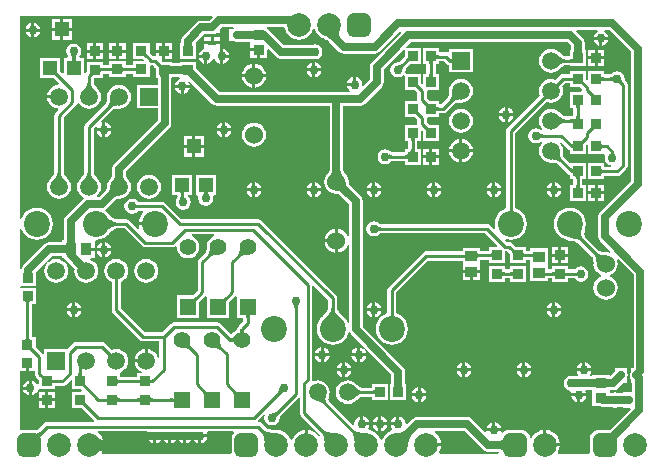
<source format=gtl>
G04*
G04 #@! TF.GenerationSoftware,Altium Limited,Altium Designer,19.0.10 (269)*
G04*
G04 Layer_Physical_Order=1*
G04 Layer_Color=255*
%FSLAX25Y25*%
%MOIN*%
G70*
G01*
G75*
%ADD11C,0.01000*%
%ADD16R,0.03740X0.03347*%
%ADD17R,0.03150X0.01772*%
%ADD18R,0.01772X0.03150*%
%ADD19R,0.03543X0.03937*%
%ADD20R,0.04724X0.04724*%
%ADD21R,0.03347X0.03347*%
%ADD22R,0.03347X0.03347*%
%ADD23R,0.03937X0.03543*%
%ADD41C,0.02500*%
%ADD42C,0.08661*%
%ADD43R,0.05543X0.05543*%
%ADD44C,0.05543*%
%ADD45C,0.05906*%
%ADD46C,0.07874*%
G04:AMPARAMS|DCode=47|XSize=78.74mil|YSize=78.74mil|CornerRadius=19.68mil|HoleSize=0mil|Usage=FLASHONLY|Rotation=0.000|XOffset=0mil|YOffset=0mil|HoleType=Round|Shape=RoundedRectangle|*
%AMROUNDEDRECTD47*
21,1,0.07874,0.03937,0,0,0.0*
21,1,0.03937,0.07874,0,0,0.0*
1,1,0.03937,0.01968,-0.01968*
1,1,0.03937,-0.01968,-0.01968*
1,1,0.03937,-0.01968,0.01968*
1,1,0.03937,0.01968,0.01968*
%
%ADD47ROUNDEDRECTD47*%
%ADD48C,0.06000*%
%ADD49R,0.05906X0.05906*%
%ADD50R,0.05906X0.05906*%
%ADD51C,0.03000*%
G36*
X205606Y-13950D02*
Y-57150D01*
X195378Y-67378D01*
X194880Y-68122D01*
X194706Y-69000D01*
Y-75500D01*
X194880Y-76378D01*
X195378Y-77122D01*
X198818Y-80563D01*
X198535Y-80986D01*
X198244Y-80866D01*
X197200Y-80729D01*
X197090Y-80743D01*
X196775Y-80741D01*
X196067Y-80693D01*
X195792Y-80654D01*
X195545Y-80603D01*
X195338Y-80545D01*
X195173Y-80484D01*
X195050Y-80423D01*
X194972Y-80372D01*
X190458Y-75858D01*
X190414Y-75806D01*
X190335Y-75670D01*
X190263Y-75488D01*
X190205Y-75252D01*
X190168Y-74959D01*
X190157Y-74609D01*
X190176Y-74220D01*
X190322Y-73228D01*
X190392Y-72916D01*
X190444Y-72792D01*
X190627Y-71400D01*
X190444Y-70008D01*
X189906Y-68712D01*
X189052Y-67598D01*
X187938Y-66744D01*
X186642Y-66207D01*
X185250Y-66023D01*
X183858Y-66207D01*
X182562Y-66744D01*
X181448Y-67598D01*
X180594Y-68712D01*
X180057Y-70008D01*
X179873Y-71400D01*
X180057Y-72792D01*
X180594Y-74088D01*
X181448Y-75202D01*
X182562Y-76056D01*
X183858Y-76594D01*
X184095Y-76625D01*
X185488Y-76960D01*
X186631Y-77277D01*
X187496Y-77567D01*
X187799Y-77690D01*
X188023Y-77799D01*
X188147Y-77873D01*
X192809Y-82535D01*
X192860Y-82613D01*
X192921Y-82736D01*
X192982Y-82902D01*
X193040Y-83108D01*
X193091Y-83355D01*
X193130Y-83630D01*
X193178Y-84338D01*
X193180Y-84653D01*
X193166Y-84763D01*
X193303Y-85807D01*
X193706Y-86780D01*
X194347Y-87616D01*
X195183Y-88257D01*
X195599Y-88429D01*
Y-88971D01*
X195183Y-89143D01*
X194347Y-89784D01*
X193706Y-90620D01*
X193303Y-91593D01*
X193166Y-92637D01*
X193303Y-93681D01*
X193706Y-94654D01*
X194347Y-95490D01*
X195183Y-96131D01*
X196156Y-96534D01*
X197200Y-96671D01*
X198244Y-96534D01*
X199217Y-96131D01*
X200053Y-95490D01*
X200694Y-94654D01*
X201097Y-93681D01*
X201235Y-92637D01*
X201097Y-91593D01*
X200694Y-90620D01*
X200053Y-89784D01*
X199217Y-89143D01*
X198801Y-88971D01*
Y-88429D01*
X199217Y-88257D01*
X200053Y-87616D01*
X200694Y-86780D01*
X201097Y-85807D01*
X201235Y-84763D01*
X201097Y-83719D01*
X200977Y-83428D01*
X201400Y-83145D01*
X206506Y-88250D01*
Y-119291D01*
X205608D01*
Y-120639D01*
X205375Y-120988D01*
X205200Y-121866D01*
X205375Y-122744D01*
X205608Y-123094D01*
Y-124441D01*
X206141D01*
Y-127559D01*
X204104D01*
X204067Y-127551D01*
X204064Y-127552D01*
X204061Y-127551D01*
X204023Y-127559D01*
X203049D01*
Y-127791D01*
X202319Y-127840D01*
X201317D01*
X201175Y-127745D01*
X200200Y-127551D01*
X199224Y-127745D01*
X199083Y-127840D01*
X198538D01*
Y-126833D01*
X199703D01*
X200581Y-126659D01*
X201325Y-126162D01*
X203046Y-124441D01*
X204262D01*
Y-123094D01*
X204495Y-122744D01*
X204670Y-121866D01*
X204495Y-120988D01*
X204262Y-120639D01*
Y-119291D01*
X200490D01*
Y-120508D01*
X199038Y-121960D01*
X198538Y-121866D01*
Y-121866D01*
X192798D01*
Y-122245D01*
X191971D01*
X191841Y-121745D01*
X192355Y-120975D01*
X192449Y-120500D01*
X187550D01*
X187645Y-120975D01*
X188159Y-121745D01*
X188029Y-122245D01*
X186813D01*
X186700Y-122170D01*
X185725Y-121976D01*
X184749Y-122170D01*
X183923Y-122723D01*
X183370Y-123549D01*
X183176Y-124525D01*
X183370Y-125501D01*
X183923Y-126327D01*
X184749Y-126880D01*
X185478Y-127025D01*
X185763Y-127302D01*
X185807Y-127561D01*
X185748Y-127855D01*
X190647D01*
X190552Y-127380D01*
X190482Y-127274D01*
X190718Y-126833D01*
X192798D01*
Y-132134D01*
X195284D01*
X195463Y-132253D01*
X196341Y-132428D01*
X199184D01*
X199224Y-132455D01*
X200200Y-132649D01*
X201175Y-132455D01*
X201216Y-132428D01*
X202659D01*
X202783Y-132431D01*
X203049Y-132453D01*
Y-132709D01*
X204023D01*
X204061Y-132716D01*
X204064Y-132716D01*
X204067Y-132716D01*
X204104Y-132709D01*
X205394D01*
X205585Y-133171D01*
X199725Y-139030D01*
X199268Y-139455D01*
X198886Y-139761D01*
X198547Y-139997D01*
X198475Y-140037D01*
X195031D01*
X194256Y-140139D01*
X193534Y-140438D01*
X192914Y-140914D01*
X192438Y-141534D01*
X192139Y-142256D01*
X192037Y-143032D01*
Y-146968D01*
X192107Y-147500D01*
X191754Y-148000D01*
X181486D01*
X181265Y-147552D01*
X181313Y-147490D01*
X181810Y-146289D01*
X181914Y-145500D01*
X177000D01*
Y-145000D01*
X176500D01*
Y-140086D01*
X175711Y-140190D01*
X174510Y-140688D01*
X173479Y-141479D01*
X172687Y-142510D01*
X172526Y-142900D01*
X172449Y-142915D01*
X171895Y-142518D01*
X171861Y-142256D01*
X171562Y-141534D01*
X171086Y-140914D01*
X170466Y-140438D01*
X169744Y-140139D01*
X168968Y-140037D01*
X165032D01*
X164257Y-140139D01*
X163534Y-140438D01*
X162914Y-140914D01*
X162864Y-140980D01*
X162396Y-140768D01*
X162450Y-140500D01*
X157551D01*
X157575Y-140624D01*
X157114Y-140870D01*
X152622Y-136378D01*
X151878Y-135880D01*
X151000Y-135706D01*
X134500D01*
X133622Y-135880D01*
X132878Y-136378D01*
X130982Y-138273D01*
X130542Y-138038D01*
X130549Y-138000D01*
X130355Y-137024D01*
X129802Y-136198D01*
X128975Y-135645D01*
X128500Y-135550D01*
Y-138000D01*
X128000D01*
Y-138500D01*
X125550D01*
X125645Y-138976D01*
X126131Y-139703D01*
X126141Y-139764D01*
X126078Y-140096D01*
X126005Y-140275D01*
X125010Y-140688D01*
X123979Y-141479D01*
X123187Y-142510D01*
X122771Y-143517D01*
X122229D01*
X121812Y-142510D01*
X121021Y-141479D01*
X119990Y-140688D01*
X118789Y-140190D01*
X118175Y-140109D01*
X117954Y-139576D01*
X118355Y-138976D01*
X118449Y-138500D01*
X116000D01*
Y-138000D01*
X115500D01*
Y-135550D01*
X115024Y-135645D01*
X114198Y-136198D01*
X113645Y-137024D01*
X113451Y-138000D01*
X113471Y-138101D01*
X113010Y-138347D01*
X104967Y-130304D01*
X104925Y-130238D01*
X104888Y-130153D01*
X104858Y-130046D01*
X104837Y-129909D01*
X104831Y-129739D01*
X104844Y-129535D01*
X104880Y-129297D01*
X104941Y-129027D01*
X105037Y-128699D01*
X105038Y-128684D01*
X105101Y-128532D01*
X105237Y-127500D01*
X105101Y-126468D01*
X104703Y-125506D01*
X104069Y-124681D01*
X103244Y-124047D01*
X102282Y-123649D01*
X101250Y-123513D01*
X100218Y-123649D01*
X99805Y-123820D01*
X99419Y-123503D01*
X99429Y-123450D01*
Y-92199D01*
X99929Y-91992D01*
X104721Y-96784D01*
Y-99560D01*
X104717Y-99604D01*
X104676Y-99764D01*
X104592Y-99980D01*
X104456Y-100245D01*
X104267Y-100551D01*
X104036Y-100877D01*
X102951Y-102129D01*
X102606Y-102477D01*
X102448Y-102598D01*
X101594Y-103712D01*
X101057Y-105008D01*
X100873Y-106400D01*
X101057Y-107792D01*
X101594Y-109088D01*
X102448Y-110202D01*
X103562Y-111056D01*
X104858Y-111593D01*
X106250Y-111777D01*
X107642Y-111593D01*
X108938Y-111056D01*
X110052Y-110202D01*
X110906Y-109088D01*
X111443Y-107792D01*
X111455Y-107707D01*
X111971Y-107616D01*
X112378Y-108224D01*
X116951Y-112798D01*
X116632Y-113186D01*
X116369Y-113010D01*
X115870Y-112677D01*
X115395Y-112582D01*
Y-114532D01*
X117344D01*
X117250Y-114056D01*
X116917Y-113558D01*
X116741Y-113295D01*
X117129Y-112976D01*
X125757Y-121604D01*
Y-124317D01*
X125721Y-124827D01*
X125378D01*
Y-125740D01*
X125374Y-125754D01*
X125378Y-125790D01*
Y-125801D01*
X125370Y-125839D01*
X125378Y-125877D01*
Y-130173D01*
X130724D01*
Y-125877D01*
X130732Y-125839D01*
X130724Y-125801D01*
Y-125790D01*
X130728Y-125754D01*
X130724Y-125740D01*
Y-124827D01*
X130399D01*
X130345Y-124067D01*
Y-120653D01*
X130171Y-119776D01*
X129673Y-119031D01*
X116294Y-105652D01*
Y-63815D01*
X116120Y-62937D01*
X115622Y-62193D01*
X112013Y-58583D01*
X111994Y-58561D01*
X111871Y-58393D01*
X111769Y-58231D01*
X111687Y-58075D01*
X111624Y-57925D01*
X111576Y-57780D01*
X111544Y-57638D01*
X111526Y-57497D01*
X111522Y-57407D01*
X111535Y-57315D01*
X111397Y-56271D01*
X110994Y-55298D01*
X110353Y-54462D01*
X110279Y-54406D01*
X110218Y-54340D01*
X110132Y-54227D01*
X110054Y-54104D01*
X109985Y-53968D01*
X109924Y-53816D01*
X109871Y-53648D01*
X109828Y-53462D01*
X109797Y-53257D01*
X109794Y-53227D01*
Y-32094D01*
X115300D01*
X116178Y-31920D01*
X116922Y-31422D01*
X122522Y-25822D01*
X123020Y-25078D01*
X123194Y-24200D01*
Y-19950D01*
X129776Y-13369D01*
X130276Y-13576D01*
Y-15500D01*
X130222Y-15578D01*
X130037Y-15800D01*
X128476Y-17361D01*
X128437Y-17387D01*
X128394Y-17410D01*
X128349Y-17430D01*
X128299Y-17447D01*
X128243Y-17460D01*
X128180Y-17471D01*
X128127Y-17476D01*
X128000Y-17451D01*
X127024Y-17645D01*
X126198Y-18198D01*
X125645Y-19025D01*
X125451Y-20000D01*
X125645Y-20976D01*
X126198Y-21802D01*
X127024Y-22355D01*
X128000Y-22549D01*
X128975Y-22355D01*
X129724Y-21855D01*
X130023Y-21943D01*
X130224Y-22071D01*
Y-26673D01*
X133107D01*
X133145Y-26681D01*
X133183Y-26673D01*
X133370D01*
X133619Y-26884D01*
X134471Y-27736D01*
Y-30000D01*
X134202Y-30327D01*
X130224D01*
Y-35673D01*
X133107D01*
X133145Y-35681D01*
X133183Y-35673D01*
X133370D01*
X133619Y-35884D01*
X134471Y-36736D01*
Y-38000D01*
X134202Y-38327D01*
X130224D01*
Y-43673D01*
X131368D01*
Y-46327D01*
X130224D01*
Y-47471D01*
X126003D01*
X125956Y-47461D01*
X125910Y-47447D01*
X125864Y-47429D01*
X125817Y-47406D01*
X125768Y-47376D01*
X125715Y-47339D01*
X125674Y-47305D01*
X125602Y-47198D01*
X124776Y-46645D01*
X123800Y-46451D01*
X122825Y-46645D01*
X121998Y-47198D01*
X121445Y-48024D01*
X121251Y-49000D01*
X121445Y-49975D01*
X121998Y-50802D01*
X122825Y-51355D01*
X123800Y-51549D01*
X124776Y-51355D01*
X125602Y-50802D01*
X125674Y-50695D01*
X125715Y-50661D01*
X125768Y-50624D01*
X125817Y-50594D01*
X125864Y-50571D01*
X125910Y-50553D01*
X125956Y-50539D01*
X126003Y-50529D01*
X130224D01*
Y-51673D01*
X135571D01*
Y-46327D01*
X134427D01*
Y-43673D01*
X135571D01*
Y-40508D01*
X136038Y-40307D01*
X136327Y-40555D01*
Y-43673D01*
X141673D01*
Y-38327D01*
X138526D01*
X138282Y-38120D01*
X137529Y-37367D01*
Y-36102D01*
X137521Y-36060D01*
X137838Y-35673D01*
X141673D01*
Y-34529D01*
X143000D01*
X143585Y-34413D01*
X144081Y-34081D01*
X146826Y-31337D01*
X146901Y-31288D01*
X147022Y-31228D01*
X147183Y-31168D01*
X147384Y-31111D01*
X147625Y-31061D01*
X147893Y-31022D01*
X148585Y-30975D01*
X148893Y-30973D01*
X149000Y-30987D01*
X150032Y-30851D01*
X150993Y-30453D01*
X151819Y-29819D01*
X152453Y-28993D01*
X152851Y-28032D01*
X152987Y-27000D01*
X152851Y-25968D01*
X152453Y-25007D01*
X151819Y-24181D01*
X150993Y-23547D01*
X150032Y-23149D01*
X149000Y-23013D01*
X147968Y-23149D01*
X147007Y-23547D01*
X146181Y-24181D01*
X145547Y-25007D01*
X145149Y-25968D01*
X145013Y-27000D01*
X145027Y-27107D01*
X145025Y-27415D01*
X144978Y-28107D01*
X144939Y-28375D01*
X144889Y-28616D01*
X144833Y-28817D01*
X144772Y-28978D01*
X144712Y-29099D01*
X144663Y-29174D01*
X142367Y-31471D01*
X141673D01*
Y-30327D01*
X138526D01*
X138282Y-30119D01*
X137529Y-29366D01*
Y-27102D01*
X137521Y-27060D01*
X137838Y-26673D01*
X141673D01*
Y-21327D01*
X140529D01*
Y-18273D01*
X141724D01*
Y-17181D01*
X143367D01*
X144267Y-18081D01*
X144764Y-18413D01*
X145047Y-18469D01*
Y-20953D01*
X152953D01*
Y-13047D01*
X145047D01*
Y-14017D01*
X144663Y-14222D01*
X144547Y-14231D01*
X144000Y-14122D01*
X141724D01*
Y-12927D01*
X136378D01*
Y-18273D01*
X137471D01*
Y-21327D01*
X136327D01*
Y-24495D01*
X135861Y-24694D01*
X135571Y-24445D01*
Y-24285D01*
X135579Y-24247D01*
X135571Y-24209D01*
Y-21327D01*
X130722D01*
X130618Y-21227D01*
X130385Y-20827D01*
X130549Y-20000D01*
X130524Y-19873D01*
X130529Y-19820D01*
X130540Y-19757D01*
X130553Y-19701D01*
X130570Y-19651D01*
X130590Y-19606D01*
X130613Y-19564D01*
X130639Y-19524D01*
X131668Y-18495D01*
X131852Y-18322D01*
X131912Y-18273D01*
X135622D01*
Y-12927D01*
X130925D01*
X130718Y-12427D01*
X132250Y-10894D01*
X184550D01*
X185655Y-11999D01*
Y-12817D01*
X185619Y-13327D01*
X185276D01*
Y-14240D01*
X185272Y-14254D01*
X185276Y-14290D01*
Y-14301D01*
X185268Y-14339D01*
X185276Y-14377D01*
Y-15471D01*
X183604D01*
X183516Y-15452D01*
X183389Y-15409D01*
X183232Y-15338D01*
X183049Y-15236D01*
X182843Y-15101D01*
X182627Y-14939D01*
X182105Y-14483D01*
X181885Y-14266D01*
X181819Y-14181D01*
X180993Y-13547D01*
X180032Y-13149D01*
X179000Y-13013D01*
X177968Y-13149D01*
X177007Y-13547D01*
X176181Y-14181D01*
X175547Y-15007D01*
X175149Y-15968D01*
X175013Y-17000D01*
X175149Y-18032D01*
X175547Y-18993D01*
X176181Y-19819D01*
X177007Y-20453D01*
X177968Y-20851D01*
X179000Y-20987D01*
X180032Y-20851D01*
X180993Y-20453D01*
X181819Y-19819D01*
X181885Y-19734D01*
X182105Y-19517D01*
X182627Y-19061D01*
X182843Y-18899D01*
X183049Y-18764D01*
X183232Y-18662D01*
X183389Y-18591D01*
X183516Y-18548D01*
X183604Y-18529D01*
X185276D01*
Y-18673D01*
X186193D01*
X186209Y-18678D01*
X186245Y-18674D01*
X186280Y-18681D01*
X186320Y-18673D01*
X190622D01*
Y-14377D01*
X190630Y-14339D01*
X190622Y-14301D01*
Y-14290D01*
X190626Y-14254D01*
X190622Y-14240D01*
Y-13327D01*
X190296D01*
X190243Y-12567D01*
Y-11049D01*
X190068Y-10171D01*
X189571Y-9427D01*
X187438Y-7294D01*
X187645Y-6794D01*
X194410D01*
X194561Y-7294D01*
X193866Y-7759D01*
X193313Y-8586D01*
X193218Y-9061D01*
X198117D01*
X198023Y-8586D01*
X197470Y-7759D01*
X196774Y-7294D01*
X196926Y-6794D01*
X198450D01*
X205606Y-13950D01*
D02*
G37*
G36*
X108435Y-6992D02*
X108345Y-7316D01*
X108298Y-7635D01*
X108294Y-7948D01*
X108333Y-8256D01*
X108415Y-8557D01*
X108541Y-8853D01*
X108709Y-9144D01*
X108921Y-9428D01*
X109175Y-9708D01*
X106537Y-10605D01*
X106299Y-10378D01*
X105775Y-9943D01*
X105490Y-9735D01*
X104870Y-9336D01*
X104537Y-9147D01*
X103440Y-8615D01*
X108569Y-6662D01*
X108435Y-6992D01*
D02*
G37*
G36*
X189203Y-12314D02*
X189302Y-13714D01*
X189347Y-13939D01*
X189400Y-14114D01*
X189462Y-14239D01*
X189532Y-14314D01*
X189610Y-14339D01*
X186288D01*
X186366Y-14314D01*
X186436Y-14239D01*
X186497Y-14114D01*
X186551Y-13939D01*
X186596Y-13714D01*
X186633Y-13439D01*
X186682Y-12739D01*
X186699Y-11839D01*
X189199D01*
X189203Y-12314D01*
D02*
G37*
G36*
X44107Y-14127D02*
X44080Y-14220D01*
X44081Y-14328D01*
X44110Y-14449D01*
X44167Y-14583D01*
X44252Y-14731D01*
X44364Y-14893D01*
X44504Y-15069D01*
X44868Y-15461D01*
X44208Y-16215D01*
X44001Y-16015D01*
X43630Y-15701D01*
X43467Y-15587D01*
X43318Y-15502D01*
X43184Y-15446D01*
X43064Y-15418D01*
X42959Y-15419D01*
X42869Y-15449D01*
X42794Y-15508D01*
X44161Y-14047D01*
X44107Y-14127D01*
D02*
G37*
G36*
X140710Y-14746D02*
X140741Y-14831D01*
X140791Y-14906D01*
X140862Y-14971D01*
X140953Y-15026D01*
X141065Y-15071D01*
X141196Y-15106D01*
X141348Y-15131D01*
X141520Y-15146D01*
X141712Y-15151D01*
Y-16151D01*
X141520Y-16156D01*
X141348Y-16171D01*
X141196Y-16196D01*
X141065Y-16231D01*
X140953Y-16276D01*
X140862Y-16331D01*
X140791Y-16396D01*
X140741Y-16471D01*
X140710Y-16556D01*
X140700Y-16651D01*
Y-14651D01*
X140710Y-14746D01*
D02*
G37*
G36*
X20874Y-15057D02*
X20782Y-15173D01*
X20701Y-15291D01*
X20631Y-15412D01*
X20572Y-15537D01*
X20523Y-15664D01*
X20485Y-15793D01*
X20459Y-15926D01*
X20442Y-16062D01*
X20439Y-16139D01*
X20442Y-16240D01*
X20457Y-16412D01*
X20482Y-16564D01*
X20517Y-16695D01*
X20562Y-16806D01*
X20617Y-16897D01*
X20682Y-16968D01*
X20757Y-17019D01*
X20842Y-17049D01*
X20937Y-17059D01*
X18937D01*
X19032Y-17049D01*
X19117Y-17019D01*
X19192Y-16968D01*
X19257Y-16897D01*
X19312Y-16806D01*
X19357Y-16695D01*
X19392Y-16564D01*
X19417Y-16412D01*
X19432Y-16240D01*
X19434Y-16156D01*
X19431Y-16087D01*
X19415Y-15951D01*
X19387Y-15819D01*
X19347Y-15690D01*
X19297Y-15566D01*
X19235Y-15445D01*
X19162Y-15327D01*
X19078Y-15213D01*
X18983Y-15103D01*
X18877Y-14997D01*
X20976Y-14945D01*
X20874Y-15057D01*
D02*
G37*
G36*
X132153Y-17249D02*
X132101Y-17169D01*
X132029Y-17123D01*
X131937Y-17111D01*
X131825Y-17132D01*
X131694Y-17187D01*
X131542Y-17276D01*
X131371Y-17399D01*
X131180Y-17555D01*
X130739Y-17968D01*
X130580Y-16712D01*
X130755Y-16531D01*
X131036Y-16194D01*
X131142Y-16039D01*
X131226Y-15893D01*
X131286Y-15757D01*
X131324Y-15629D01*
X131339Y-15509D01*
X131331Y-15399D01*
X131300Y-15298D01*
X132153Y-17249D01*
D02*
G37*
G36*
X188053Y-17246D02*
X187919Y-17257D01*
X187319Y-17344D01*
X187302Y-17354D01*
X186595Y-16646D01*
X186605Y-16630D01*
X186615Y-16601D01*
X186626Y-16558D01*
X186647Y-16434D01*
X186680Y-16150D01*
X186703Y-15896D01*
X188053Y-17246D01*
D02*
G37*
G36*
X186288Y-17661D02*
X186278Y-17631D01*
X186248Y-17603D01*
X186198Y-17579D01*
X186128Y-17558D01*
X186038Y-17540D01*
X185928Y-17526D01*
X185648Y-17506D01*
X185288Y-17500D01*
Y-16500D01*
X185479Y-16495D01*
X185651Y-16480D01*
X185802Y-16455D01*
X185933Y-16420D01*
X186045Y-16375D01*
X186136Y-16320D01*
X186207Y-16255D01*
X186258Y-16180D01*
X186289Y-16095D01*
X186300Y-16000D01*
X186288Y-17661D01*
D02*
G37*
G36*
X146071Y-17710D02*
X146064Y-17670D01*
X146042Y-17635D01*
X146006Y-17603D01*
X145956Y-17576D01*
X145891Y-17553D01*
X145811Y-17534D01*
X145717Y-17519D01*
X145609Y-17508D01*
X145349Y-17500D01*
Y-16500D01*
X145486Y-16498D01*
X145717Y-16481D01*
X145811Y-16466D01*
X145891Y-16447D01*
X145956Y-16424D01*
X146006Y-16397D01*
X146042Y-16365D01*
X146064Y-16330D01*
X146071Y-16290D01*
Y-17710D01*
D02*
G37*
G36*
X139905Y-17259D02*
X139820Y-17290D01*
X139745Y-17340D01*
X139680Y-17411D01*
X139625Y-17502D01*
X139580Y-17614D01*
X139545Y-17745D01*
X139520Y-17897D01*
X139505Y-18069D01*
X139500Y-18261D01*
X138500D01*
X138495Y-18069D01*
X138480Y-17897D01*
X138455Y-17745D01*
X138420Y-17614D01*
X138375Y-17502D01*
X138320Y-17411D01*
X138255Y-17340D01*
X138180Y-17290D01*
X138095Y-17259D01*
X138000Y-17249D01*
X140000D01*
X139905Y-17259D01*
D02*
G37*
G36*
X56339Y-21712D02*
X56314Y-21634D01*
X56239Y-21564D01*
X56114Y-21503D01*
X55939Y-21449D01*
X55714Y-21404D01*
X55439Y-21367D01*
X54739Y-21318D01*
X53942Y-21303D01*
X53686Y-21305D01*
X52286Y-21404D01*
X52061Y-21449D01*
X51886Y-21503D01*
X51761Y-21564D01*
X51686Y-21634D01*
X51661Y-21712D01*
X51622Y-21737D01*
X51586Y-21812D01*
X51555Y-21937D01*
X51528Y-22112D01*
X51486Y-22612D01*
X51455Y-23737D01*
X51453Y-24212D01*
X48953D01*
X48947Y-23737D01*
X48855Y-22612D01*
X48799Y-22337D01*
X48732Y-22112D01*
X48652Y-21937D01*
X48560Y-21812D01*
X48455Y-21737D01*
X48339Y-21712D01*
X51661D01*
Y-18390D01*
X51686Y-18468D01*
X51761Y-18538D01*
X51886Y-18600D01*
X52061Y-18653D01*
X52286Y-18698D01*
X52561Y-18735D01*
X53261Y-18785D01*
X54058Y-18799D01*
X54314Y-18797D01*
X55714Y-18698D01*
X55939Y-18653D01*
X56114Y-18600D01*
X56239Y-18538D01*
X56314Y-18468D01*
X56339Y-18390D01*
Y-21712D01*
D02*
G37*
G36*
X181411Y-15231D02*
X181985Y-15732D01*
X182258Y-15936D01*
X182520Y-16108D01*
X182772Y-16249D01*
X183015Y-16359D01*
X183247Y-16437D01*
X183469Y-16484D01*
X183682Y-16500D01*
Y-17500D01*
X183469Y-17516D01*
X183247Y-17563D01*
X183015Y-17641D01*
X182772Y-17751D01*
X182520Y-17892D01*
X182258Y-18064D01*
X181985Y-18268D01*
X181411Y-18769D01*
X181109Y-19067D01*
Y-14933D01*
X181411Y-15231D01*
D02*
G37*
G36*
X129990Y-18717D02*
X129895Y-18819D01*
X129811Y-18927D01*
X129737Y-19040D01*
X129673Y-19159D01*
X129619Y-19283D01*
X129575Y-19412D01*
X129541Y-19547D01*
X129517Y-19688D01*
X129503Y-19834D01*
X129500Y-19985D01*
X128015Y-18500D01*
X128166Y-18497D01*
X128312Y-18483D01*
X128453Y-18459D01*
X128587Y-18425D01*
X128717Y-18381D01*
X128841Y-18327D01*
X128960Y-18263D01*
X129073Y-18189D01*
X129181Y-18104D01*
X129283Y-18010D01*
X129990Y-18717D01*
D02*
G37*
G36*
X48101Y-17439D02*
X48775Y-18031D01*
X49121Y-18335D01*
X49226Y-18396D01*
X49360Y-18454D01*
X49480Y-18483D01*
X49585Y-18484D01*
X49676Y-18457D01*
X49753Y-18402D01*
X49531Y-18624D01*
X49572Y-18650D01*
X49738Y-18734D01*
X49881Y-18784D01*
X50001Y-18801D01*
X48750Y-20052D01*
X48733Y-19932D01*
X48683Y-19789D01*
X48599Y-19623D01*
X48573Y-19582D01*
X48351Y-19804D01*
X48406Y-19727D01*
X48433Y-19636D01*
X48432Y-19531D01*
X48403Y-19411D01*
X48345Y-19277D01*
X48277Y-19160D01*
X47968Y-18785D01*
X47926Y-18733D01*
X47388Y-18152D01*
X47069Y-17827D01*
X47776Y-17120D01*
X48101Y-17439D01*
D02*
G37*
G36*
X40851Y-20949D02*
X40841Y-20854D01*
X40810Y-20769D01*
X40760Y-20694D01*
X40689Y-20629D01*
X40598Y-20574D01*
X40486Y-20529D01*
X40355Y-20494D01*
X40203Y-20469D01*
X40031Y-20454D01*
X39839Y-20449D01*
Y-19449D01*
X40031Y-19444D01*
X40203Y-19429D01*
X40355Y-19404D01*
X40486Y-19369D01*
X40598Y-19324D01*
X40689Y-19269D01*
X40760Y-19204D01*
X40810Y-19129D01*
X40841Y-19044D01*
X40851Y-18949D01*
Y-20949D01*
D02*
G37*
G36*
X36159Y-19044D02*
X36190Y-19129D01*
X36240Y-19204D01*
X36311Y-19269D01*
X36402Y-19324D01*
X36514Y-19369D01*
X36645Y-19404D01*
X36797Y-19429D01*
X36969Y-19444D01*
X37161Y-19449D01*
Y-20449D01*
X36969Y-20454D01*
X36797Y-20469D01*
X36645Y-20494D01*
X36514Y-20529D01*
X36402Y-20574D01*
X36311Y-20629D01*
X36240Y-20694D01*
X36190Y-20769D01*
X36159Y-20854D01*
X36149Y-20949D01*
Y-18949D01*
X36159Y-19044D01*
D02*
G37*
G36*
X32839Y-20949D02*
X32829Y-20854D01*
X32799Y-20769D01*
X32749Y-20694D01*
X32679Y-20629D01*
X32589Y-20574D01*
X32479Y-20529D01*
X32349Y-20494D01*
X32199Y-20469D01*
X32029Y-20454D01*
X31839Y-20449D01*
Y-19449D01*
X32029Y-19444D01*
X32199Y-19429D01*
X32349Y-19404D01*
X32479Y-19369D01*
X32589Y-19324D01*
X32679Y-19269D01*
X32749Y-19204D01*
X32799Y-19129D01*
X32829Y-19044D01*
X32839Y-18949D01*
Y-20949D01*
D02*
G37*
G36*
X28671Y-19044D02*
X28701Y-19129D01*
X28751Y-19204D01*
X28821Y-19269D01*
X28911Y-19324D01*
X29021Y-19369D01*
X29151Y-19404D01*
X29301Y-19429D01*
X29471Y-19444D01*
X29661Y-19449D01*
Y-20449D01*
X29471Y-20454D01*
X29301Y-20469D01*
X29151Y-20494D01*
X29021Y-20529D01*
X28911Y-20574D01*
X28821Y-20629D01*
X28751Y-20694D01*
X28701Y-20769D01*
X28671Y-20854D01*
X28661Y-20949D01*
Y-18949D01*
X28671Y-19044D01*
D02*
G37*
G36*
X139505Y-21531D02*
X139520Y-21703D01*
X139545Y-21855D01*
X139580Y-21986D01*
X139625Y-22098D01*
X139680Y-22189D01*
X139745Y-22260D01*
X139820Y-22310D01*
X139905Y-22341D01*
X140000Y-22351D01*
X138000D01*
X138095Y-22341D01*
X138180Y-22310D01*
X138255Y-22260D01*
X138320Y-22189D01*
X138375Y-22098D01*
X138420Y-21986D01*
X138455Y-21855D01*
X138480Y-21703D01*
X138495Y-21531D01*
X138500Y-21339D01*
X139500D01*
X139505Y-21531D01*
D02*
G37*
G36*
X14357Y-20411D02*
X14328Y-20503D01*
Y-20609D01*
X14357Y-20730D01*
X14413Y-20864D01*
X14498Y-21012D01*
X14611Y-21175D01*
X14753Y-21352D01*
X15120Y-21748D01*
X14413Y-22455D01*
X14208Y-22257D01*
X13840Y-21946D01*
X13678Y-21833D01*
X13529Y-21748D01*
X13395Y-21691D01*
X13275Y-21663D01*
X13169D01*
X13077Y-21691D01*
X12999Y-21748D01*
X14413Y-20334D01*
X14357Y-20411D01*
D02*
G37*
G36*
X66301Y-2462D02*
X65116Y-3647D01*
X62359D01*
X61481Y-3822D01*
X60737Y-4319D01*
X56378Y-8678D01*
X55881Y-9422D01*
X55706Y-10300D01*
Y-11276D01*
X55327D01*
Y-16622D01*
X60673D01*
Y-11276D01*
X60673D01*
X60741Y-10804D01*
X63309Y-8235D01*
X66066D01*
X66944Y-8060D01*
X67294Y-7827D01*
X68641D01*
Y-6611D01*
X69357Y-5894D01*
X73101D01*
X73287Y-6394D01*
X73076Y-6614D01*
X71759D01*
Y-10386D01*
X73106D01*
X73456Y-10620D01*
X74334Y-10794D01*
X78730D01*
Y-12861D01*
X81600D01*
Y-13361D01*
X82100D01*
Y-16034D01*
X84470D01*
Y-13403D01*
X84932Y-13212D01*
X87343Y-15622D01*
X88087Y-16119D01*
X88965Y-16294D01*
X99133D01*
X99225Y-16355D01*
X100200Y-16549D01*
X101175Y-16355D01*
X102002Y-15802D01*
X102555Y-14976D01*
X102749Y-14000D01*
X102555Y-13025D01*
X102002Y-12198D01*
X101175Y-11645D01*
X100200Y-11451D01*
X99225Y-11645D01*
X99133Y-11706D01*
X89915D01*
X85087Y-6878D01*
X84470Y-6466D01*
Y-5894D01*
X90138D01*
X90190Y-6289D01*
X90688Y-7490D01*
X91479Y-8521D01*
X92510Y-9313D01*
X93711Y-9810D01*
X95000Y-9980D01*
X96289Y-9810D01*
X97490Y-9313D01*
X98521Y-8521D01*
X99313Y-7490D01*
X99729Y-6483D01*
X100271D01*
X100688Y-7490D01*
X101479Y-8521D01*
X102510Y-9313D01*
X102940Y-9491D01*
X102995Y-9532D01*
X104062Y-10050D01*
X104342Y-10209D01*
X104913Y-10576D01*
X105149Y-10748D01*
X105472Y-11016D01*
X108478Y-14022D01*
X109222Y-14520D01*
X110100Y-14694D01*
X120200D01*
X121078Y-14520D01*
X121822Y-14022D01*
X128741Y-7103D01*
X128828Y-7120D01*
X128993Y-7663D01*
X119278Y-17378D01*
X118781Y-18122D01*
X118606Y-19000D01*
Y-23250D01*
X116499Y-25357D01*
X116038Y-25111D01*
X116064Y-24977D01*
X115870Y-24002D01*
X115318Y-23175D01*
X114491Y-22622D01*
X114015Y-22527D01*
Y-24977D01*
X113515D01*
Y-25477D01*
X111066D01*
X111161Y-25952D01*
X111713Y-26779D01*
X112052Y-27006D01*
X111900Y-27506D01*
X68699D01*
X60673Y-19480D01*
Y-17378D01*
X56377D01*
X56339Y-17370D01*
X56301Y-17378D01*
X56290D01*
X56254Y-17374D01*
X56240Y-17378D01*
X55327D01*
Y-17704D01*
X54567Y-17757D01*
X53183D01*
X52673Y-17721D01*
Y-17378D01*
X51760D01*
X51746Y-17374D01*
X51710Y-17378D01*
X51699D01*
X51661Y-17370D01*
X51623Y-17378D01*
X49678D01*
X49457Y-17116D01*
X49500Y-17012D01*
Y-14449D01*
X47327D01*
Y-15160D01*
X46949Y-15471D01*
X46334D01*
X45425Y-14562D01*
X45278Y-14403D01*
X45182Y-14284D01*
X45173Y-14271D01*
Y-14056D01*
X45180Y-14014D01*
X45173Y-13983D01*
Y-11173D01*
X39827D01*
Y-16520D01*
X42784D01*
X42827Y-16527D01*
X42857Y-16520D01*
X42991D01*
X43241Y-16809D01*
X43042Y-17276D01*
X39827D01*
Y-18419D01*
X37173D01*
Y-17276D01*
X31827D01*
Y-18419D01*
X29673D01*
Y-17327D01*
X24327D01*
Y-20510D01*
X23919Y-20919D01*
X23799Y-21097D01*
X23299Y-20945D01*
Y-16035D01*
X22036D01*
X21814Y-15535D01*
X22255Y-14875D01*
X22449Y-13900D01*
X22255Y-12924D01*
X21702Y-12098D01*
X20876Y-11545D01*
X19900Y-11351D01*
X18925Y-11545D01*
X18098Y-12098D01*
X17545Y-12924D01*
X17351Y-13900D01*
X17545Y-14875D01*
X17986Y-15535D01*
X17764Y-16035D01*
X16575D01*
Y-21093D01*
X16113Y-21285D01*
X15675Y-20846D01*
X15525Y-20686D01*
X15429Y-20565D01*
X15425Y-20560D01*
Y-20372D01*
X15433Y-20334D01*
X15425Y-20295D01*
Y-16035D01*
X8701D01*
Y-22760D01*
X12961D01*
X12999Y-22767D01*
X13037Y-22760D01*
X13224D01*
X13473Y-22971D01*
X15051Y-24549D01*
X14831Y-25035D01*
X13968Y-25149D01*
X13007Y-25547D01*
X12181Y-26181D01*
X11547Y-27007D01*
X11149Y-27968D01*
X11079Y-28500D01*
X15000D01*
Y-29500D01*
X11079D01*
X11149Y-30032D01*
X11547Y-30993D01*
X12181Y-31819D01*
X13007Y-32453D01*
X13968Y-32851D01*
X14505Y-32922D01*
X14685Y-33450D01*
X13919Y-34216D01*
X13587Y-34712D01*
X13471Y-35297D01*
Y-54396D01*
X13452Y-54484D01*
X13409Y-54611D01*
X13338Y-54768D01*
X13236Y-54951D01*
X13101Y-55157D01*
X12939Y-55373D01*
X12483Y-55896D01*
X12266Y-56115D01*
X12181Y-56181D01*
X11547Y-57007D01*
X11149Y-57968D01*
X11013Y-59000D01*
X11149Y-60032D01*
X11547Y-60993D01*
X12181Y-61819D01*
X13007Y-62453D01*
X13968Y-62851D01*
X15000Y-62987D01*
X16032Y-62851D01*
X16993Y-62453D01*
X17819Y-61819D01*
X18453Y-60993D01*
X18851Y-60032D01*
X18987Y-59000D01*
X18851Y-57968D01*
X18453Y-57007D01*
X17819Y-56181D01*
X17734Y-56115D01*
X17517Y-55895D01*
X17061Y-55373D01*
X16899Y-55157D01*
X16764Y-54951D01*
X16662Y-54768D01*
X16591Y-54611D01*
X16548Y-54484D01*
X16529Y-54396D01*
Y-35931D01*
X20534Y-31926D01*
X20866Y-31430D01*
X20882Y-31348D01*
X21454Y-30974D01*
X21547Y-30993D01*
X22181Y-31819D01*
X23007Y-32453D01*
X23968Y-32851D01*
X25000Y-32987D01*
X26032Y-32851D01*
X26993Y-32453D01*
X27819Y-31819D01*
X28453Y-30993D01*
X28851Y-30032D01*
X28987Y-29000D01*
X28851Y-27968D01*
X28453Y-27007D01*
X27819Y-26181D01*
X27734Y-26115D01*
X27517Y-25895D01*
X27061Y-25373D01*
X26899Y-25157D01*
X26764Y-24951D01*
X26662Y-24768D01*
X26591Y-24611D01*
X26548Y-24484D01*
X26529Y-24396D01*
Y-22673D01*
X29673D01*
Y-21478D01*
X31827D01*
Y-22622D01*
X37173D01*
Y-21478D01*
X39827D01*
Y-22622D01*
X45173D01*
Y-18819D01*
X45560Y-18501D01*
X45700Y-18529D01*
X46315D01*
X46757Y-18971D01*
X47157Y-19404D01*
X47327Y-19610D01*
Y-21674D01*
X47319Y-21712D01*
X47327Y-21751D01*
Y-22724D01*
X47837D01*
X47843Y-22755D01*
X47909Y-23555D01*
Y-25047D01*
X41047D01*
Y-32953D01*
X47909D01*
Y-36847D01*
X33378Y-51378D01*
X32880Y-52122D01*
X32706Y-53000D01*
Y-55000D01*
X32704Y-55019D01*
X32674Y-55222D01*
X32633Y-55405D01*
X32583Y-55569D01*
X32525Y-55715D01*
X32459Y-55846D01*
X32387Y-55962D01*
X32307Y-56067D01*
X32252Y-56126D01*
X32181Y-56181D01*
X31547Y-57007D01*
X31149Y-57968D01*
X31013Y-59000D01*
X31025Y-59089D01*
X31022Y-59170D01*
X31004Y-59301D01*
X30973Y-59434D01*
X30927Y-59572D01*
X30865Y-59717D01*
X30784Y-59868D01*
X30683Y-60027D01*
X30562Y-60192D01*
X30549Y-60207D01*
X28231Y-62525D01*
X27720D01*
X27551Y-62025D01*
X27819Y-61819D01*
X28453Y-60993D01*
X28851Y-60032D01*
X28987Y-59000D01*
X28851Y-57968D01*
X28453Y-57007D01*
X27819Y-56181D01*
X27734Y-56115D01*
X27517Y-55895D01*
X27061Y-55373D01*
X26899Y-55157D01*
X26764Y-54951D01*
X26662Y-54768D01*
X26591Y-54611D01*
X26548Y-54484D01*
X26529Y-54396D01*
Y-39634D01*
X27134Y-39028D01*
X27595Y-39275D01*
X27551Y-39500D01*
X29500D01*
Y-37551D01*
X29275Y-37595D01*
X29028Y-37135D01*
X32826Y-33337D01*
X32901Y-33288D01*
X33022Y-33228D01*
X33183Y-33167D01*
X33384Y-33110D01*
X33625Y-33061D01*
X33893Y-33022D01*
X34585Y-32975D01*
X34893Y-32973D01*
X35000Y-32987D01*
X36032Y-32851D01*
X36993Y-32453D01*
X37819Y-31819D01*
X38453Y-30993D01*
X38851Y-30032D01*
X38987Y-29000D01*
X38851Y-27968D01*
X38453Y-27007D01*
X37819Y-26181D01*
X36993Y-25547D01*
X36032Y-25149D01*
X35000Y-25013D01*
X33968Y-25149D01*
X33007Y-25547D01*
X32181Y-26181D01*
X31547Y-27007D01*
X31149Y-27968D01*
X31013Y-29000D01*
X31027Y-29107D01*
X31025Y-29415D01*
X30978Y-30107D01*
X30939Y-30375D01*
X30889Y-30616D01*
X30832Y-30817D01*
X30772Y-30978D01*
X30712Y-31099D01*
X30663Y-31174D01*
X23919Y-37919D01*
X23587Y-38415D01*
X23471Y-39000D01*
Y-54396D01*
X23452Y-54484D01*
X23409Y-54611D01*
X23338Y-54768D01*
X23236Y-54951D01*
X23101Y-55157D01*
X22939Y-55373D01*
X22483Y-55896D01*
X22266Y-56115D01*
X22181Y-56181D01*
X21547Y-57007D01*
X21149Y-57968D01*
X21013Y-59000D01*
X21149Y-60032D01*
X21547Y-60993D01*
X22181Y-61819D01*
X23007Y-62453D01*
X23140Y-62508D01*
X23189Y-63006D01*
X22902Y-63197D01*
X17220Y-68879D01*
X16723Y-69623D01*
X16548Y-70501D01*
Y-76932D01*
X16071D01*
Y-77606D01*
X11742D01*
X10864Y-77781D01*
X10120Y-78278D01*
X3078Y-85320D01*
X2581Y-86064D01*
X2500Y-86469D01*
X2010Y-86421D01*
X2000Y-86238D01*
Y-73201D01*
X2500Y-73102D01*
X2909Y-74088D01*
X3763Y-75202D01*
X4877Y-76056D01*
X6173Y-76594D01*
X7565Y-76777D01*
X8957Y-76594D01*
X10253Y-76056D01*
X11367Y-75202D01*
X12221Y-74088D01*
X12758Y-72792D01*
X12942Y-71400D01*
X12758Y-70008D01*
X12221Y-68712D01*
X11367Y-67598D01*
X10253Y-66744D01*
X8957Y-66207D01*
X7565Y-66023D01*
X6173Y-66207D01*
X4877Y-66744D01*
X3763Y-67598D01*
X2909Y-68712D01*
X2500Y-69698D01*
X2000Y-69599D01*
Y-2000D01*
X66110D01*
X66301Y-2462D01*
D02*
G37*
G36*
X134502Y-24325D02*
X134474Y-24417D01*
Y-24523D01*
X134502Y-24643D01*
X134559Y-24777D01*
X134644Y-24926D01*
X134757Y-25089D01*
X134898Y-25265D01*
X135266Y-25661D01*
X134559Y-26368D01*
X134354Y-26170D01*
X133986Y-25859D01*
X133824Y-25746D01*
X133675Y-25661D01*
X133541Y-25605D01*
X133420Y-25576D01*
X133314D01*
X133222Y-25605D01*
X133145Y-25661D01*
X134559Y-24247D01*
X134502Y-24325D01*
D02*
G37*
G36*
X25516Y-24531D02*
X25563Y-24753D01*
X25641Y-24985D01*
X25751Y-25228D01*
X25892Y-25480D01*
X26064Y-25742D01*
X26268Y-26015D01*
X26769Y-26589D01*
X27067Y-26891D01*
X22933D01*
X23231Y-26589D01*
X23732Y-26015D01*
X23936Y-25742D01*
X24108Y-25480D01*
X24249Y-25228D01*
X24359Y-24985D01*
X24437Y-24753D01*
X24484Y-24531D01*
X24500Y-24318D01*
X25500D01*
X25516Y-24531D01*
D02*
G37*
G36*
X148970Y-29953D02*
X148546Y-29956D01*
X147785Y-30007D01*
X147449Y-30056D01*
X147142Y-30119D01*
X146863Y-30198D01*
X146615Y-30292D01*
X146395Y-30401D01*
X146204Y-30525D01*
X146043Y-30664D01*
X145336Y-29957D01*
X145475Y-29796D01*
X145599Y-29605D01*
X145708Y-29386D01*
X145802Y-29136D01*
X145880Y-28858D01*
X145944Y-28551D01*
X145993Y-28214D01*
X146044Y-27454D01*
X146047Y-27029D01*
X148970Y-29953D01*
D02*
G37*
G36*
X34971Y-31953D02*
X34546Y-31956D01*
X33786Y-32007D01*
X33449Y-32056D01*
X33142Y-32120D01*
X32864Y-32198D01*
X32614Y-32292D01*
X32395Y-32401D01*
X32204Y-32525D01*
X32043Y-32664D01*
X31336Y-31957D01*
X31475Y-31796D01*
X31599Y-31605D01*
X31708Y-31385D01*
X31802Y-31137D01*
X31881Y-30858D01*
X31944Y-30551D01*
X31993Y-30215D01*
X32044Y-29454D01*
X32047Y-29030D01*
X34971Y-31953D01*
D02*
G37*
G36*
X137545Y-30831D02*
X137914Y-31144D01*
X138077Y-31259D01*
X138226Y-31345D01*
X138360Y-31403D01*
X138480Y-31432D01*
X138585Y-31433D01*
X138676Y-31406D01*
X138753Y-31351D01*
X137351Y-32753D01*
X137406Y-32676D01*
X137433Y-32585D01*
X137432Y-32480D01*
X137402Y-32360D01*
X137345Y-32226D01*
X137259Y-32077D01*
X137144Y-31914D01*
X137002Y-31737D01*
X136632Y-31339D01*
X137339Y-30632D01*
X137545Y-30831D01*
D02*
G37*
G36*
X140659Y-32095D02*
X140690Y-32180D01*
X140740Y-32255D01*
X140811Y-32320D01*
X140902Y-32375D01*
X141014Y-32420D01*
X141145Y-32455D01*
X141297Y-32480D01*
X141469Y-32495D01*
X141661Y-32500D01*
Y-33500D01*
X141469Y-33505D01*
X141297Y-33520D01*
X141145Y-33545D01*
X141014Y-33580D01*
X140902Y-33625D01*
X140811Y-33680D01*
X140740Y-33745D01*
X140690Y-33820D01*
X140659Y-33905D01*
X140649Y-34000D01*
Y-32000D01*
X140659Y-32095D01*
D02*
G37*
G36*
X134502Y-33325D02*
X134474Y-33417D01*
Y-33523D01*
X134502Y-33643D01*
X134559Y-33777D01*
X134644Y-33926D01*
X134757Y-34089D01*
X134898Y-34265D01*
X135266Y-34661D01*
X134559Y-35368D01*
X134354Y-35170D01*
X133986Y-34859D01*
X133824Y-34746D01*
X133675Y-34661D01*
X133541Y-34605D01*
X133420Y-34576D01*
X133314D01*
X133222Y-34605D01*
X133145Y-34661D01*
X134559Y-33247D01*
X134502Y-33325D01*
D02*
G37*
G36*
X137545Y-38831D02*
X137914Y-39144D01*
X138077Y-39259D01*
X138226Y-39345D01*
X138360Y-39402D01*
X138480Y-39432D01*
X138585Y-39433D01*
X138676Y-39406D01*
X138753Y-39351D01*
X137351Y-40753D01*
X137406Y-40676D01*
X137433Y-40585D01*
X137432Y-40480D01*
X137402Y-40360D01*
X137345Y-40226D01*
X137259Y-40077D01*
X137144Y-39914D01*
X137002Y-39737D01*
X136632Y-39339D01*
X137339Y-38632D01*
X137545Y-38831D01*
D02*
G37*
G36*
X133803Y-42671D02*
X133718Y-42701D01*
X133643Y-42751D01*
X133578Y-42821D01*
X133523Y-42911D01*
X133478Y-43021D01*
X133443Y-43151D01*
X133418Y-43301D01*
X133403Y-43471D01*
X133398Y-43661D01*
X132398D01*
X132393Y-43471D01*
X132378Y-43301D01*
X132353Y-43151D01*
X132318Y-43021D01*
X132273Y-42911D01*
X132218Y-42821D01*
X132153Y-42751D01*
X132078Y-42701D01*
X131993Y-42671D01*
X131898Y-42661D01*
X133898D01*
X133803Y-42671D01*
D02*
G37*
G36*
X133403Y-46529D02*
X133418Y-46699D01*
X133443Y-46849D01*
X133478Y-46979D01*
X133523Y-47089D01*
X133578Y-47179D01*
X133643Y-47249D01*
X133718Y-47299D01*
X133803Y-47329D01*
X133898Y-47339D01*
X131898D01*
X131993Y-47329D01*
X132078Y-47299D01*
X132153Y-47249D01*
X132218Y-47179D01*
X132273Y-47089D01*
X132318Y-46979D01*
X132353Y-46849D01*
X132378Y-46699D01*
X132393Y-46529D01*
X132398Y-46339D01*
X133398D01*
X133403Y-46529D01*
D02*
G37*
G36*
X131248Y-50000D02*
X131238Y-49905D01*
X131208Y-49820D01*
X131157Y-49745D01*
X131087Y-49680D01*
X130995Y-49625D01*
X130884Y-49580D01*
X130753Y-49545D01*
X130601Y-49520D01*
X130429Y-49505D01*
X130236Y-49500D01*
Y-48500D01*
X130429Y-48495D01*
X130601Y-48480D01*
X130753Y-48455D01*
X130884Y-48420D01*
X130995Y-48375D01*
X131087Y-48320D01*
X131157Y-48255D01*
X131208Y-48180D01*
X131238Y-48095D01*
X131248Y-48000D01*
Y-50000D01*
D02*
G37*
G36*
X124981Y-48055D02*
X125093Y-48148D01*
X125209Y-48230D01*
X125329Y-48302D01*
X125452Y-48362D01*
X125577Y-48412D01*
X125707Y-48450D01*
X125839Y-48478D01*
X125975Y-48494D01*
X126114Y-48500D01*
Y-49500D01*
X125975Y-49505D01*
X125839Y-49522D01*
X125707Y-49549D01*
X125577Y-49588D01*
X125452Y-49637D01*
X125329Y-49698D01*
X125209Y-49769D01*
X125093Y-49852D01*
X124981Y-49946D01*
X124871Y-50050D01*
Y-47950D01*
X124981Y-48055D01*
D02*
G37*
G36*
X108758Y-53091D02*
X108784Y-53380D01*
X108826Y-53654D01*
X108886Y-53914D01*
X108963Y-54160D01*
X109056Y-54391D01*
X109167Y-54608D01*
X109294Y-54811D01*
X109439Y-54999D01*
X109600Y-55172D01*
X105400D01*
X105561Y-54999D01*
X105706Y-54811D01*
X105833Y-54608D01*
X105944Y-54391D01*
X106037Y-54160D01*
X106114Y-53914D01*
X106174Y-53654D01*
X106216Y-53380D01*
X106242Y-53091D01*
X106250Y-52788D01*
X108750D01*
X108758Y-53091D01*
D02*
G37*
G36*
X36258Y-54853D02*
X36283Y-55139D01*
X36323Y-55409D01*
X36381Y-55665D01*
X36454Y-55906D01*
X36544Y-56133D01*
X36650Y-56345D01*
X36773Y-56542D01*
X36912Y-56724D01*
X37067Y-56891D01*
X32933D01*
X33088Y-56724D01*
X33227Y-56542D01*
X33350Y-56345D01*
X33456Y-56133D01*
X33546Y-55906D01*
X33619Y-55665D01*
X33676Y-55409D01*
X33717Y-55139D01*
X33742Y-54853D01*
X33750Y-54553D01*
X36250D01*
X36258Y-54853D01*
D02*
G37*
G36*
X25516Y-54531D02*
X25563Y-54753D01*
X25641Y-54985D01*
X25751Y-55228D01*
X25892Y-55480D01*
X26064Y-55742D01*
X26268Y-56015D01*
X26769Y-56589D01*
X27067Y-56891D01*
X22933D01*
X23231Y-56589D01*
X23732Y-56015D01*
X23936Y-55742D01*
X24108Y-55480D01*
X24249Y-55228D01*
X24359Y-54985D01*
X24437Y-54753D01*
X24484Y-54531D01*
X24500Y-54318D01*
X25500D01*
X25516Y-54531D01*
D02*
G37*
G36*
X15516D02*
X15563Y-54753D01*
X15641Y-54985D01*
X15751Y-55228D01*
X15892Y-55480D01*
X16064Y-55742D01*
X16268Y-56015D01*
X16769Y-56589D01*
X17067Y-56891D01*
X12933D01*
X13231Y-56589D01*
X13732Y-56015D01*
X13936Y-55742D01*
X14108Y-55480D01*
X14249Y-55228D01*
X14359Y-54985D01*
X14437Y-54753D01*
X14484Y-54531D01*
X14500Y-54318D01*
X15500D01*
X15516Y-54531D01*
D02*
G37*
G36*
X110509Y-57582D02*
X110539Y-57817D01*
X110592Y-58051D01*
X110668Y-58282D01*
X110765Y-58512D01*
X110885Y-58740D01*
X111027Y-58966D01*
X111191Y-59190D01*
X111377Y-59412D01*
X111585Y-59632D01*
X109817Y-61400D01*
X109597Y-61192D01*
X109375Y-61006D01*
X109151Y-60842D01*
X108925Y-60700D01*
X108697Y-60580D01*
X108467Y-60483D01*
X108236Y-60408D01*
X108002Y-60354D01*
X107767Y-60324D01*
X107530Y-60315D01*
X110500Y-57345D01*
X110509Y-57582D01*
D02*
G37*
G36*
X55027Y-22360D02*
X55193Y-22699D01*
X55088Y-23192D01*
X54261Y-23745D01*
X53708Y-24572D01*
X53614Y-25047D01*
X58513D01*
X58418Y-24572D01*
X58113Y-24116D01*
X58502Y-23797D01*
X66127Y-31422D01*
X66871Y-31920D01*
X67749Y-32094D01*
X105206D01*
Y-53227D01*
X105203Y-53257D01*
X105172Y-53462D01*
X105129Y-53648D01*
X105077Y-53817D01*
X105015Y-53968D01*
X104946Y-54104D01*
X104868Y-54227D01*
X104782Y-54340D01*
X104721Y-54406D01*
X104647Y-54462D01*
X104006Y-55298D01*
X103603Y-56271D01*
X103465Y-57315D01*
X103603Y-58359D01*
X104006Y-59332D01*
X104647Y-60168D01*
X105483Y-60809D01*
X106456Y-61212D01*
X107500Y-61349D01*
X107592Y-61337D01*
X107682Y-61341D01*
X107823Y-61359D01*
X107965Y-61391D01*
X108110Y-61439D01*
X108260Y-61502D01*
X108416Y-61584D01*
X108578Y-61686D01*
X108746Y-61809D01*
X108768Y-61828D01*
X111706Y-64765D01*
Y-75395D01*
X111206Y-75494D01*
X110994Y-74983D01*
X110353Y-74147D01*
X109517Y-73506D01*
X108544Y-73103D01*
X108000Y-73031D01*
Y-77000D01*
Y-80969D01*
X108544Y-80897D01*
X109517Y-80494D01*
X110353Y-79853D01*
X110994Y-79017D01*
X111206Y-78506D01*
X111706Y-78605D01*
Y-104335D01*
X111206Y-104435D01*
X110906Y-103712D01*
X110052Y-102598D01*
X109894Y-102477D01*
X109542Y-102122D01*
X108770Y-101264D01*
X108477Y-100895D01*
X108233Y-100551D01*
X108044Y-100245D01*
X107909Y-99980D01*
X107824Y-99764D01*
X107783Y-99604D01*
X107779Y-99560D01*
Y-96150D01*
X107663Y-95565D01*
X107331Y-95069D01*
X82581Y-70319D01*
X82085Y-69987D01*
X81500Y-69871D01*
X55814D01*
X50432Y-64488D01*
X49935Y-64156D01*
X49350Y-64040D01*
X41354D01*
X41172Y-63767D01*
X40345Y-63214D01*
X39369Y-63020D01*
X38394Y-63214D01*
X37567Y-63767D01*
X37014Y-64594D01*
X36820Y-65569D01*
X37014Y-66545D01*
X37567Y-67372D01*
X38394Y-67924D01*
X39369Y-68118D01*
X40345Y-67924D01*
X41172Y-67372D01*
X41354Y-67099D01*
X43006D01*
X43167Y-67572D01*
X43133Y-67598D01*
X42279Y-68712D01*
X41741Y-70008D01*
X41624Y-70900D01*
X46935D01*
Y-71900D01*
X41624D01*
X41739Y-72768D01*
X41717Y-72795D01*
X41261Y-72998D01*
X38581Y-70319D01*
X38085Y-69987D01*
X37500Y-69871D01*
X34089D01*
X34046Y-69867D01*
X33886Y-69826D01*
X33670Y-69741D01*
X33405Y-69606D01*
X33099Y-69417D01*
X32773Y-69186D01*
X31521Y-68101D01*
X31173Y-67756D01*
X31052Y-67598D01*
X30471Y-67152D01*
X30487Y-66652D01*
X30803Y-66441D01*
X33794Y-63451D01*
X33808Y-63438D01*
X33974Y-63317D01*
X34132Y-63216D01*
X34283Y-63135D01*
X34428Y-63073D01*
X34566Y-63027D01*
X34699Y-62996D01*
X34830Y-62978D01*
X34911Y-62975D01*
X35000Y-62987D01*
X36032Y-62851D01*
X36993Y-62453D01*
X37819Y-61819D01*
X38453Y-60993D01*
X38851Y-60032D01*
X38987Y-59000D01*
X38851Y-57968D01*
X38453Y-57007D01*
X37819Y-56181D01*
X37748Y-56126D01*
X37693Y-56067D01*
X37613Y-55962D01*
X37541Y-55846D01*
X37475Y-55716D01*
X37417Y-55569D01*
X37367Y-55405D01*
X37326Y-55222D01*
X37296Y-55019D01*
X37294Y-55000D01*
Y-53950D01*
X51825Y-39419D01*
X52322Y-38675D01*
X52497Y-37797D01*
Y-22946D01*
X52503Y-22724D01*
X52673D01*
Y-22399D01*
X53433Y-22345D01*
X54817D01*
X55027Y-22360D01*
D02*
G37*
G36*
X34971Y-61953D02*
X34742Y-61961D01*
X34515Y-61992D01*
X34289Y-62045D01*
X34064Y-62119D01*
X33841Y-62216D01*
X33618Y-62334D01*
X33397Y-62475D01*
X33177Y-62637D01*
X32958Y-62822D01*
X32739Y-63028D01*
X30972Y-61260D01*
X31178Y-61042D01*
X31363Y-60823D01*
X31525Y-60603D01*
X31666Y-60382D01*
X31784Y-60159D01*
X31881Y-59935D01*
X31955Y-59711D01*
X32008Y-59485D01*
X32039Y-59258D01*
X32047Y-59030D01*
X34971Y-61953D01*
D02*
G37*
G36*
X30828Y-68849D02*
X32143Y-69989D01*
X32535Y-70267D01*
X32904Y-70495D01*
X33251Y-70672D01*
X33573Y-70799D01*
X33873Y-70875D01*
X34150Y-70900D01*
Y-71900D01*
X33873Y-71925D01*
X33573Y-72001D01*
X33251Y-72128D01*
X32904Y-72305D01*
X32535Y-72533D01*
X32143Y-72811D01*
X31728Y-73140D01*
X30828Y-73950D01*
X30343Y-74432D01*
Y-68369D01*
X30828Y-68849D01*
D02*
G37*
G36*
X189319Y-73041D02*
X189160Y-74121D01*
X189137Y-74600D01*
X189150Y-75039D01*
X189201Y-75438D01*
X189289Y-75797D01*
X189414Y-76116D01*
X189577Y-76394D01*
X189776Y-76632D01*
X188900Y-77170D01*
X188737Y-77038D01*
X188508Y-76900D01*
X188213Y-76758D01*
X187851Y-76611D01*
X186930Y-76301D01*
X185744Y-75972D01*
X184293Y-75624D01*
X189454Y-72441D01*
X189319Y-73041D01*
D02*
G37*
G36*
X77972Y-81771D02*
X77582Y-81775D01*
X76880Y-81825D01*
X76569Y-81871D01*
X76283Y-81933D01*
X76024Y-82009D01*
X75791Y-82099D01*
X75585Y-82204D01*
X75404Y-82323D01*
X75250Y-82457D01*
X74543Y-81750D01*
X74677Y-81596D01*
X74796Y-81415D01*
X74901Y-81209D01*
X74991Y-80976D01*
X75067Y-80717D01*
X75129Y-80431D01*
X75175Y-80120D01*
X75208Y-79782D01*
X75229Y-79028D01*
X77972Y-81771D01*
D02*
G37*
G36*
X67972D02*
X67582Y-81775D01*
X66880Y-81825D01*
X66569Y-81871D01*
X66283Y-81933D01*
X66024Y-82009D01*
X65791Y-82099D01*
X65585Y-82204D01*
X65404Y-82323D01*
X65250Y-82457D01*
X64543Y-81750D01*
X64677Y-81596D01*
X64796Y-81415D01*
X64901Y-81209D01*
X64991Y-80976D01*
X65067Y-80717D01*
X65128Y-80431D01*
X65175Y-80120D01*
X65207Y-79782D01*
X65228Y-79028D01*
X67972Y-81771D01*
D02*
G37*
G36*
X194352Y-81186D02*
X194545Y-81311D01*
X194768Y-81421D01*
X195021Y-81515D01*
X195305Y-81595D01*
X195618Y-81659D01*
X195961Y-81708D01*
X196737Y-81760D01*
X197170Y-81763D01*
X194200Y-84733D01*
X194197Y-84300D01*
X194145Y-83524D01*
X194096Y-83181D01*
X194032Y-82868D01*
X193952Y-82585D01*
X193858Y-82331D01*
X193748Y-82108D01*
X193623Y-81915D01*
X193482Y-81752D01*
X194189Y-81045D01*
X194352Y-81186D01*
D02*
G37*
G36*
X42719Y-78781D02*
X43215Y-79113D01*
X43800Y-79229D01*
X52700D01*
X53285Y-79113D01*
X53714Y-78826D01*
X53986Y-78919D01*
X54204Y-79066D01*
X54325Y-79985D01*
X54706Y-80902D01*
X55310Y-81690D01*
X56098Y-82294D01*
X57015Y-82675D01*
X58000Y-82804D01*
X58985Y-82675D01*
X59902Y-82294D01*
X60690Y-81690D01*
X61295Y-80902D01*
X61675Y-79985D01*
X61804Y-79000D01*
X61675Y-78015D01*
X61295Y-77098D01*
X60690Y-76310D01*
X59902Y-75705D01*
X59236Y-75429D01*
X59335Y-74929D01*
X66665D01*
X66764Y-75429D01*
X66098Y-75705D01*
X65310Y-76310D01*
X64705Y-77098D01*
X64325Y-78015D01*
X64196Y-79000D01*
X64207Y-79084D01*
X64189Y-79719D01*
X64163Y-79995D01*
X64125Y-80248D01*
X64078Y-80466D01*
X64025Y-80648D01*
X63969Y-80793D01*
X63913Y-80902D01*
X63870Y-80967D01*
X61719Y-83119D01*
X61387Y-83615D01*
X61271Y-84200D01*
Y-93567D01*
X59853Y-94984D01*
X59694Y-95132D01*
X59574Y-95228D01*
X54228D01*
Y-102772D01*
X61772D01*
Y-97428D01*
X61979Y-97184D01*
X63728Y-95434D01*
X64228Y-95642D01*
Y-102772D01*
X71772D01*
Y-97428D01*
X71979Y-97184D01*
X73728Y-95434D01*
X74228Y-95642D01*
Y-102772D01*
X76471D01*
Y-103767D01*
X74919Y-105319D01*
X74587Y-105815D01*
X74471Y-106400D01*
Y-106551D01*
X74098Y-106705D01*
X73310Y-107310D01*
X72837Y-107926D01*
X72301Y-108028D01*
X72258Y-108020D01*
X72217Y-108003D01*
X72187Y-107984D01*
X68851Y-104647D01*
X68355Y-104315D01*
X67769Y-104199D01*
X53272D01*
X52686Y-104315D01*
X52190Y-104647D01*
X49367Y-107471D01*
X43633D01*
X35629Y-99467D01*
Y-90745D01*
X36093Y-90553D01*
X36919Y-89919D01*
X37553Y-89093D01*
X37951Y-88132D01*
X38087Y-87100D01*
X37951Y-86068D01*
X37553Y-85107D01*
X36919Y-84281D01*
X36093Y-83647D01*
X35132Y-83249D01*
X34100Y-83113D01*
X33068Y-83249D01*
X32107Y-83647D01*
X31281Y-84281D01*
X30647Y-85107D01*
X30249Y-86068D01*
X30113Y-87100D01*
X30249Y-88132D01*
X30647Y-89093D01*
X31281Y-89919D01*
X32107Y-90553D01*
X32571Y-90745D01*
Y-100100D01*
X32687Y-100685D01*
X33019Y-101181D01*
X41919Y-110081D01*
X42415Y-110413D01*
X43000Y-110529D01*
X48471D01*
Y-116184D01*
X47971Y-116217D01*
X47951Y-116068D01*
X47553Y-115107D01*
X46919Y-114281D01*
X46093Y-113647D01*
X45132Y-113249D01*
X44600Y-113179D01*
Y-117100D01*
X44100D01*
Y-117600D01*
X40179D01*
X40249Y-118132D01*
X40647Y-119093D01*
X41281Y-119919D01*
X42107Y-120553D01*
X42527Y-120727D01*
X42428Y-121227D01*
X41127D01*
Y-122371D01*
X35473D01*
Y-121351D01*
X35473Y-121227D01*
X35573Y-120768D01*
X36093Y-120553D01*
X36919Y-119919D01*
X37553Y-119093D01*
X37951Y-118132D01*
X38087Y-117100D01*
X37951Y-116068D01*
X37553Y-115107D01*
X36919Y-114281D01*
X36093Y-113647D01*
X35132Y-113249D01*
X34100Y-113113D01*
X33068Y-113249D01*
X32604Y-113441D01*
X30381Y-111219D01*
X29885Y-110887D01*
X29300Y-110771D01*
X20700D01*
X20115Y-110887D01*
X19619Y-111219D01*
X17690Y-113147D01*
X10147D01*
Y-114664D01*
X9647Y-114815D01*
X9481Y-114567D01*
X7423Y-112508D01*
X7273Y-112348D01*
X7177Y-112227D01*
X7173Y-112222D01*
Y-112034D01*
X7181Y-111996D01*
X7173Y-111958D01*
Y-109076D01*
X6029D01*
Y-98176D01*
X7373D01*
Y-92829D01*
X2351D01*
X2125Y-92451D01*
X2351Y-92073D01*
X7373D01*
Y-87513D01*
X10799Y-84088D01*
X11176Y-84418D01*
X11090Y-84529D01*
X10647Y-85107D01*
X10249Y-86068D01*
X10113Y-87100D01*
X10249Y-88132D01*
X10647Y-89093D01*
X11281Y-89919D01*
X12107Y-90553D01*
X13068Y-90951D01*
X14100Y-91087D01*
X15132Y-90951D01*
X16093Y-90553D01*
X16919Y-89919D01*
X17553Y-89093D01*
X17951Y-88132D01*
X18087Y-87100D01*
X17951Y-86068D01*
X17553Y-85107D01*
X16919Y-84281D01*
X16093Y-83647D01*
X15132Y-83249D01*
X14100Y-83113D01*
X13068Y-83249D01*
X12107Y-83647D01*
X11529Y-84090D01*
X11418Y-84176D01*
X11088Y-83799D01*
X12692Y-82194D01*
X16071D01*
Y-82868D01*
X16822D01*
X17220Y-83465D01*
X20200Y-86444D01*
X20113Y-87100D01*
X20249Y-88132D01*
X20647Y-89093D01*
X21281Y-89919D01*
X22107Y-90553D01*
X23068Y-90951D01*
X24100Y-91087D01*
X25132Y-90951D01*
X26093Y-90553D01*
X26919Y-89919D01*
X27553Y-89093D01*
X27951Y-88132D01*
X28087Y-87100D01*
X27951Y-86068D01*
X27553Y-85107D01*
X26919Y-84281D01*
X26093Y-83647D01*
X25420Y-83368D01*
X25520Y-82868D01*
X26929D01*
Y-80400D01*
X24158D01*
Y-79400D01*
X26929D01*
Y-77239D01*
X27223Y-76816D01*
X27359Y-76762D01*
X28642Y-76594D01*
X29938Y-76056D01*
X31052Y-75202D01*
X31173Y-75044D01*
X31528Y-74692D01*
X32386Y-73920D01*
X32755Y-73627D01*
X33099Y-73383D01*
X33405Y-73194D01*
X33670Y-73059D01*
X33886Y-72974D01*
X34046Y-72933D01*
X34089Y-72929D01*
X36867D01*
X42719Y-78781D01*
D02*
G37*
G36*
X71467Y-96240D02*
X71268Y-96447D01*
X70954Y-96816D01*
X70840Y-96979D01*
X70754Y-97127D01*
X70696Y-97262D01*
X70666Y-97381D01*
X70665Y-97487D01*
X70692Y-97578D01*
X70748Y-97655D01*
X69345Y-96252D01*
X69422Y-96308D01*
X69513Y-96335D01*
X69619Y-96334D01*
X69739Y-96304D01*
X69873Y-96246D01*
X70021Y-96160D01*
X70184Y-96046D01*
X70362Y-95903D01*
X70760Y-95533D01*
X71467Y-96240D01*
D02*
G37*
G36*
X61467D02*
X61268Y-96447D01*
X60954Y-96816D01*
X60840Y-96979D01*
X60754Y-97127D01*
X60696Y-97262D01*
X60666Y-97381D01*
X60665Y-97487D01*
X60692Y-97578D01*
X60748Y-97655D01*
X59345Y-96252D01*
X59422Y-96308D01*
X59513Y-96335D01*
X59619Y-96334D01*
X59738Y-96304D01*
X59873Y-96246D01*
X60021Y-96160D01*
X60184Y-96046D01*
X60362Y-95903D01*
X60760Y-95533D01*
X61467Y-96240D01*
D02*
G37*
G36*
X5405Y-97162D02*
X5320Y-97192D01*
X5245Y-97243D01*
X5180Y-97313D01*
X5125Y-97405D01*
X5080Y-97516D01*
X5045Y-97648D01*
X5020Y-97799D01*
X5005Y-97971D01*
X5000Y-98164D01*
X4000D01*
X3995Y-97971D01*
X3980Y-97799D01*
X3955Y-97648D01*
X3920Y-97516D01*
X3875Y-97405D01*
X3820Y-97313D01*
X3755Y-97243D01*
X3680Y-97192D01*
X3595Y-97162D01*
X3500Y-97152D01*
X5500D01*
X5405Y-97162D01*
D02*
G37*
G36*
X94946Y-98162D02*
X94852Y-98274D01*
X94770Y-98390D01*
X94698Y-98510D01*
X94638Y-98632D01*
X94588Y-98758D01*
X94550Y-98888D01*
X94522Y-99020D01*
X94506Y-99156D01*
X94500Y-99295D01*
X93500D01*
X93494Y-99156D01*
X93478Y-99020D01*
X93450Y-98888D01*
X93412Y-98758D01*
X93362Y-98632D01*
X93302Y-98510D01*
X93230Y-98390D01*
X93148Y-98274D01*
X93054Y-98162D01*
X92950Y-98052D01*
X95050D01*
X94946Y-98162D01*
D02*
G37*
G36*
X78905Y-101770D02*
X78820Y-101800D01*
X78745Y-101850D01*
X78680Y-101920D01*
X78625Y-102010D01*
X78580Y-102120D01*
X78545Y-102250D01*
X78520Y-102400D01*
X78505Y-102570D01*
X78500Y-102760D01*
X77500D01*
X77495Y-102570D01*
X77480Y-102400D01*
X77455Y-102250D01*
X77420Y-102120D01*
X77375Y-102010D01*
X77320Y-101920D01*
X77255Y-101850D01*
X77180Y-101800D01*
X77095Y-101770D01*
X77000Y-101760D01*
X79000D01*
X78905Y-101770D01*
D02*
G37*
G36*
X106775Y-99777D02*
X106851Y-100076D01*
X106978Y-100399D01*
X107155Y-100745D01*
X107383Y-101115D01*
X107661Y-101507D01*
X107990Y-101922D01*
X108800Y-102822D01*
X109282Y-103307D01*
X103218D01*
X103700Y-102822D01*
X104839Y-101507D01*
X105117Y-101115D01*
X105345Y-100745D01*
X105522Y-100399D01*
X105649Y-100076D01*
X105725Y-99777D01*
X105750Y-99500D01*
X106750D01*
X106775Y-99777D01*
D02*
G37*
G36*
X76505Y-106559D02*
X76519Y-106705D01*
X76542Y-106838D01*
X76575Y-106958D01*
X76617Y-107065D01*
X76668Y-107159D01*
X76728Y-107239D01*
X76798Y-107307D01*
X76878Y-107361D01*
X76966Y-107402D01*
X75034D01*
X75122Y-107361D01*
X75201Y-107307D01*
X75271Y-107239D01*
X75332Y-107159D01*
X75383Y-107065D01*
X75425Y-106958D01*
X75458Y-106838D01*
X75481Y-106705D01*
X75495Y-106559D01*
X75500Y-106400D01*
X76500D01*
X76505Y-106559D01*
D02*
G37*
G36*
X5005Y-109280D02*
X5020Y-109452D01*
X5045Y-109604D01*
X5080Y-109735D01*
X5125Y-109847D01*
X5180Y-109938D01*
X5245Y-110009D01*
X5320Y-110059D01*
X5405Y-110090D01*
X5500Y-110100D01*
X3500D01*
X3595Y-110090D01*
X3680Y-110059D01*
X3755Y-110009D01*
X3820Y-109938D01*
X3875Y-109847D01*
X3920Y-109735D01*
X3955Y-109604D01*
X3980Y-109452D01*
X3995Y-109280D01*
X4000Y-109088D01*
X5000D01*
X5005Y-109280D01*
D02*
G37*
G36*
X73599Y-111385D02*
X73492Y-111217D01*
X73374Y-111066D01*
X73245Y-110934D01*
X73105Y-110819D01*
X72954Y-110721D01*
X72793Y-110642D01*
X72621Y-110580D01*
X72439Y-110535D01*
X72245Y-110509D01*
X72041Y-110500D01*
Y-109500D01*
X72245Y-109491D01*
X72439Y-109465D01*
X72621Y-109420D01*
X72793Y-109358D01*
X72954Y-109279D01*
X73105Y-109181D01*
X73245Y-109066D01*
X73374Y-108933D01*
X73492Y-108783D01*
X73599Y-108615D01*
Y-111385D01*
D02*
G37*
G36*
X68775Y-110418D02*
X68825Y-111120D01*
X68871Y-111431D01*
X68933Y-111717D01*
X69009Y-111976D01*
X69099Y-112209D01*
X69204Y-112415D01*
X69323Y-112596D01*
X69457Y-112750D01*
X68750Y-113457D01*
X68596Y-113323D01*
X68415Y-113204D01*
X68209Y-113099D01*
X67976Y-113009D01*
X67717Y-112933D01*
X67431Y-112872D01*
X67120Y-112825D01*
X66782Y-112793D01*
X66028Y-112771D01*
X68771Y-110028D01*
X68775Y-110418D01*
D02*
G37*
G36*
X58672D02*
X58722Y-111120D01*
X58769Y-111431D01*
X58830Y-111717D01*
X58906Y-111976D01*
X58997Y-112209D01*
X59101Y-112415D01*
X59221Y-112596D01*
X59355Y-112750D01*
X58648Y-113457D01*
X58493Y-113323D01*
X58313Y-113204D01*
X58106Y-113099D01*
X57873Y-113009D01*
X57614Y-112933D01*
X57329Y-112872D01*
X57017Y-112825D01*
X56679Y-112793D01*
X55925Y-112771D01*
X58669Y-110028D01*
X58672Y-110418D01*
D02*
G37*
G36*
X6105Y-112074D02*
X6076Y-112165D01*
Y-112272D01*
X6105Y-112392D01*
X6161Y-112526D01*
X6246Y-112675D01*
X6359Y-112837D01*
X6501Y-113014D01*
X6868Y-113410D01*
X6161Y-114117D01*
X5956Y-113919D01*
X5588Y-113608D01*
X5426Y-113495D01*
X5277Y-113410D01*
X5143Y-113354D01*
X5023Y-113325D01*
X4917D01*
X4825Y-113354D01*
X4747Y-113410D01*
X6161Y-111996D01*
X6105Y-112074D01*
D02*
G37*
G36*
X22505Y-121480D02*
X22520Y-121652D01*
X22545Y-121804D01*
X22580Y-121935D01*
X22625Y-122047D01*
X22680Y-122138D01*
X22745Y-122208D01*
X22820Y-122259D01*
X22905Y-122290D01*
X23000Y-122300D01*
X21000D01*
X21095Y-122290D01*
X21180Y-122259D01*
X21255Y-122208D01*
X21320Y-122138D01*
X21375Y-122047D01*
X21420Y-121935D01*
X21455Y-121804D01*
X21480Y-121652D01*
X21495Y-121480D01*
X21500Y-121288D01*
X22500D01*
X22505Y-121480D01*
D02*
G37*
G36*
X45468Y-123288D02*
X45487Y-123312D01*
X45519Y-123333D01*
X45563Y-123351D01*
X45621Y-123366D01*
X45691Y-123378D01*
X45774Y-123388D01*
X45978Y-123399D01*
X46100Y-123400D01*
Y-124400D01*
X45978Y-124402D01*
X45691Y-124423D01*
X45621Y-124435D01*
X45563Y-124450D01*
X45519Y-124468D01*
X45487Y-124489D01*
X45468Y-124513D01*
X45461Y-124539D01*
Y-123262D01*
X45468Y-123288D01*
D02*
G37*
G36*
X42151Y-124900D02*
X42141Y-124805D01*
X42110Y-124720D01*
X42060Y-124645D01*
X41989Y-124580D01*
X41898Y-124525D01*
X41787Y-124480D01*
X41655Y-124445D01*
X41503Y-124420D01*
X41331Y-124405D01*
X41139Y-124400D01*
Y-123400D01*
X41331Y-123395D01*
X41503Y-123380D01*
X41655Y-123355D01*
X41787Y-123320D01*
X41898Y-123275D01*
X41989Y-123220D01*
X42060Y-123155D01*
X42110Y-123080D01*
X42141Y-122995D01*
X42151Y-122900D01*
Y-124900D01*
D02*
G37*
G36*
X34471Y-122995D02*
X34501Y-123080D01*
X34551Y-123155D01*
X34621Y-123220D01*
X34711Y-123275D01*
X34821Y-123320D01*
X34951Y-123355D01*
X35101Y-123380D01*
X35271Y-123395D01*
X35461Y-123400D01*
Y-124400D01*
X35271Y-124405D01*
X35101Y-124420D01*
X34951Y-124445D01*
X34821Y-124480D01*
X34711Y-124525D01*
X34621Y-124580D01*
X34551Y-124645D01*
X34501Y-124720D01*
X34471Y-124805D01*
X34461Y-124900D01*
Y-122900D01*
X34471Y-122995D01*
D02*
G37*
G36*
X129305Y-123814D02*
X129404Y-125214D01*
X129449Y-125439D01*
X129503Y-125614D01*
X129564Y-125739D01*
X129634Y-125814D01*
X129712Y-125839D01*
X126390D01*
X126468Y-125814D01*
X126538Y-125739D01*
X126600Y-125614D01*
X126653Y-125439D01*
X126698Y-125214D01*
X126735Y-124939D01*
X126785Y-124239D01*
X126801Y-123339D01*
X129301D01*
X129305Y-123814D01*
D02*
G37*
G36*
X89985Y-127500D02*
X89834Y-127503D01*
X89688Y-127517D01*
X89547Y-127541D01*
X89412Y-127575D01*
X89283Y-127619D01*
X89159Y-127673D01*
X89040Y-127737D01*
X88927Y-127811D01*
X88819Y-127895D01*
X88717Y-127990D01*
X88010Y-127283D01*
X88104Y-127181D01*
X88189Y-127073D01*
X88263Y-126960D01*
X88327Y-126841D01*
X88381Y-126717D01*
X88425Y-126587D01*
X88459Y-126453D01*
X88483Y-126312D01*
X88497Y-126166D01*
X88500Y-126015D01*
X89985Y-127500D01*
D02*
G37*
G36*
X73447Y-126732D02*
X73816Y-127046D01*
X73979Y-127160D01*
X74127Y-127246D01*
X74261Y-127304D01*
X74381Y-127334D01*
X74487Y-127335D01*
X74578Y-127308D01*
X74655Y-127252D01*
X73252Y-128655D01*
X73308Y-128578D01*
X73335Y-128487D01*
X73334Y-128381D01*
X73304Y-128261D01*
X73246Y-128127D01*
X73160Y-127979D01*
X73046Y-127816D01*
X72903Y-127638D01*
X72533Y-127240D01*
X73240Y-126533D01*
X73447Y-126732D01*
D02*
G37*
G36*
X63446D02*
X63816Y-127046D01*
X63979Y-127160D01*
X64127Y-127246D01*
X64262Y-127304D01*
X64381Y-127334D01*
X64487Y-127335D01*
X64578Y-127308D01*
X64655Y-127252D01*
X63252Y-128655D01*
X63308Y-128578D01*
X63335Y-128487D01*
X63334Y-128381D01*
X63304Y-128261D01*
X63246Y-128127D01*
X63160Y-127979D01*
X63046Y-127816D01*
X62903Y-127638D01*
X62533Y-127240D01*
X63240Y-126533D01*
X63446Y-126732D01*
D02*
G37*
G36*
X53150Y-131000D02*
X53140Y-130905D01*
X53110Y-130820D01*
X53059Y-130745D01*
X52988Y-130680D01*
X52897Y-130625D01*
X52786Y-130580D01*
X52654Y-130545D01*
X52502Y-130520D01*
X52330Y-130505D01*
X52138Y-130500D01*
Y-129500D01*
X52330Y-129495D01*
X52502Y-129480D01*
X52654Y-129455D01*
X52786Y-129420D01*
X52897Y-129375D01*
X52988Y-129320D01*
X53059Y-129255D01*
X53110Y-129180D01*
X53140Y-129095D01*
X53150Y-129000D01*
Y-131000D01*
D02*
G37*
G36*
X45471Y-129095D02*
X45501Y-129180D01*
X45551Y-129255D01*
X45621Y-129320D01*
X45711Y-129375D01*
X45821Y-129420D01*
X45951Y-129455D01*
X46101Y-129480D01*
X46271Y-129495D01*
X46461Y-129500D01*
Y-130500D01*
X46271Y-130505D01*
X46101Y-130520D01*
X45951Y-130545D01*
X45821Y-130580D01*
X45711Y-130625D01*
X45621Y-130680D01*
X45551Y-130745D01*
X45501Y-130820D01*
X45471Y-130905D01*
X45461Y-131000D01*
Y-129000D01*
X45471Y-129095D01*
D02*
G37*
G36*
X42151Y-131003D02*
X42141Y-130908D01*
X42110Y-130823D01*
X42060Y-130748D01*
X41989Y-130683D01*
X41898Y-130628D01*
X41787Y-130583D01*
X41655Y-130548D01*
X41503Y-130523D01*
X41331Y-130508D01*
X41139Y-130503D01*
Y-129503D01*
X41331Y-129498D01*
X41503Y-129483D01*
X41655Y-129458D01*
X41787Y-129423D01*
X41898Y-129378D01*
X41989Y-129323D01*
X42060Y-129258D01*
X42110Y-129183D01*
X42141Y-129098D01*
X42151Y-129003D01*
Y-131003D01*
D02*
G37*
G36*
X34471Y-129098D02*
X34501Y-129183D01*
X34551Y-129258D01*
X34621Y-129323D01*
X34711Y-129378D01*
X34821Y-129423D01*
X34951Y-129458D01*
X35101Y-129483D01*
X35271Y-129498D01*
X35461Y-129503D01*
Y-130503D01*
X35271Y-130508D01*
X35101Y-130523D01*
X34951Y-130548D01*
X34821Y-130583D01*
X34711Y-130628D01*
X34621Y-130683D01*
X34551Y-130748D01*
X34501Y-130823D01*
X34471Y-130908D01*
X34461Y-131003D01*
Y-129003D01*
X34471Y-129098D01*
D02*
G37*
G36*
X103953Y-128770D02*
X103877Y-129109D01*
X103829Y-129427D01*
X103810Y-129725D01*
X103820Y-130003D01*
X103859Y-130262D01*
X103926Y-130500D01*
X104023Y-130718D01*
X104148Y-130916D01*
X104302Y-131094D01*
X103368Y-131576D01*
X103249Y-131473D01*
X103089Y-131365D01*
X102891Y-131253D01*
X102652Y-131135D01*
X102058Y-130885D01*
X101305Y-130616D01*
X100394Y-130326D01*
X104059Y-128412D01*
X103953Y-128770D01*
D02*
G37*
G36*
X204061Y-131697D02*
X204036Y-131637D01*
X203961Y-131584D01*
X203836Y-131537D01*
X203661Y-131497D01*
X203436Y-131462D01*
X202836Y-131412D01*
X201561Y-131384D01*
Y-128884D01*
X202036Y-128881D01*
X203661Y-128771D01*
X203836Y-128731D01*
X203961Y-128684D01*
X204036Y-128630D01*
X204061Y-128571D01*
Y-131697D01*
D02*
G37*
G36*
X23605Y-130376D02*
X23576Y-130468D01*
Y-130574D01*
X23605Y-130694D01*
X23661Y-130828D01*
X23746Y-130977D01*
X23859Y-131140D01*
X24001Y-131316D01*
X24368Y-131712D01*
X23661Y-132420D01*
X23456Y-132221D01*
X23088Y-131910D01*
X22926Y-131797D01*
X22777Y-131712D01*
X22643Y-131656D01*
X22523Y-131628D01*
X22417D01*
X22325Y-131656D01*
X22247Y-131712D01*
X23661Y-130298D01*
X23605Y-130376D01*
D02*
G37*
G36*
X87990Y-134717D02*
X87896Y-134819D01*
X87811Y-134927D01*
X87737Y-135040D01*
X87673Y-135159D01*
X87619Y-135283D01*
X87575Y-135413D01*
X87541Y-135547D01*
X87517Y-135688D01*
X87503Y-135834D01*
X87500Y-135985D01*
X86015Y-134500D01*
X86166Y-134497D01*
X86312Y-134483D01*
X86453Y-134459D01*
X86588Y-134425D01*
X86717Y-134381D01*
X86841Y-134327D01*
X86960Y-134263D01*
X87073Y-134189D01*
X87181Y-134105D01*
X87283Y-134010D01*
X87990Y-134717D01*
D02*
G37*
G36*
X95268Y-129602D02*
Y-134297D01*
X95384Y-134883D01*
X95716Y-135379D01*
X102035Y-141698D01*
X102051Y-141717D01*
X102126Y-141841D01*
X102210Y-142027D01*
X102163Y-142146D01*
X101594Y-142225D01*
X101021Y-141479D01*
X99990Y-140688D01*
X98789Y-140190D01*
X98000Y-140086D01*
Y-145000D01*
X97000D01*
Y-140086D01*
X96211Y-140190D01*
X95010Y-140688D01*
X93979Y-141479D01*
X93187Y-142510D01*
X92771Y-143517D01*
X92229D01*
X91812Y-142510D01*
X91021Y-141479D01*
X89990Y-140688D01*
X88789Y-140190D01*
X87500Y-140020D01*
X87328Y-140043D01*
X86882Y-140041D01*
X85861Y-139984D01*
X85449Y-139934D01*
X85083Y-139869D01*
X84775Y-139793D01*
X84527Y-139710D01*
X84341Y-139626D01*
X84217Y-139551D01*
X84198Y-139535D01*
X82581Y-137919D01*
X82085Y-137587D01*
X81500Y-137471D01*
X81377D01*
X81329Y-137408D01*
X81192Y-136971D01*
X83135Y-135028D01*
X83595Y-135275D01*
X83451Y-136000D01*
X83645Y-136976D01*
X84198Y-137802D01*
X85024Y-138355D01*
X86000Y-138549D01*
X86976Y-138355D01*
X87802Y-137802D01*
X88355Y-136976D01*
X88549Y-136000D01*
X88524Y-135873D01*
X88529Y-135820D01*
X88539Y-135757D01*
X88554Y-135701D01*
X88570Y-135651D01*
X88590Y-135606D01*
X88613Y-135564D01*
X88639Y-135524D01*
X94768Y-129395D01*
X95268Y-129602D01*
D02*
G37*
G36*
X5000Y-120524D02*
X6871D01*
Y-121349D01*
X6987Y-121934D01*
X7319Y-122430D01*
X8327Y-123439D01*
Y-124805D01*
X8246Y-124862D01*
X7566Y-124734D01*
X7302Y-124339D01*
X6475Y-123787D01*
X6000Y-123692D01*
Y-126142D01*
Y-128591D01*
X6475Y-128497D01*
X7302Y-127944D01*
X7855Y-127117D01*
X7912Y-126829D01*
X8327Y-126622D01*
X8463Y-126622D01*
X13673D01*
Y-125478D01*
X16157D01*
X16742Y-125362D01*
X17238Y-125030D01*
X18865Y-123404D01*
X19327Y-123595D01*
Y-126622D01*
X22445D01*
X22669Y-126901D01*
X22458Y-127378D01*
X19327D01*
Y-132724D01*
X22209D01*
X22247Y-132732D01*
X22285Y-132724D01*
X22472D01*
X22721Y-132935D01*
X26757Y-136971D01*
X26619Y-137408D01*
X26572Y-137471D01*
X11000D01*
X10415Y-137587D01*
X9919Y-137919D01*
X7757Y-140080D01*
X7703Y-140127D01*
X7695Y-140133D01*
X6968Y-140037D01*
X3032D01*
X2500Y-140107D01*
X2000Y-139754D01*
Y-120524D01*
X4000D01*
Y-117851D01*
X5000D01*
Y-120524D01*
D02*
G37*
G36*
X9378Y-141329D02*
X9218Y-141496D01*
X8970Y-141800D01*
X8882Y-141936D01*
X8819Y-142062D01*
X8780Y-142178D01*
X8765Y-142284D01*
X8774Y-142379D01*
X8807Y-142464D01*
X8865Y-142539D01*
X7461Y-141135D01*
X7536Y-141193D01*
X7621Y-141226D01*
X7716Y-141235D01*
X7822Y-141220D01*
X7938Y-141181D01*
X8064Y-141118D01*
X8200Y-141030D01*
X8347Y-140918D01*
X8504Y-140782D01*
X8671Y-140622D01*
X9378Y-141329D01*
D02*
G37*
G36*
X202686Y-141082D02*
X202194Y-141591D01*
X201421Y-142504D01*
X201141Y-142908D01*
X200930Y-143277D01*
X200789Y-143610D01*
X200719Y-143909D01*
X200719Y-144172D01*
X200789Y-144401D01*
X200930Y-144594D01*
X197406Y-141070D01*
X197599Y-141211D01*
X197828Y-141281D01*
X198091Y-141281D01*
X198390Y-141211D01*
X198723Y-141070D01*
X199092Y-140859D01*
X199496Y-140578D01*
X199935Y-140227D01*
X200918Y-139314D01*
X202686Y-141082D01*
D02*
G37*
G36*
X73326Y-141029D02*
X72939Y-141534D01*
X72639Y-142256D01*
X72537Y-143032D01*
Y-146968D01*
X72607Y-147500D01*
X72254Y-148000D01*
X29486D01*
X29265Y-147552D01*
X29313Y-147490D01*
X29730Y-146482D01*
X29702Y-146491D01*
X29371Y-146626D01*
X29046Y-146792D01*
X28727Y-146988D01*
X28415Y-147214D01*
X28110Y-147470D01*
X27812Y-147756D01*
Y-145500D01*
X25000D01*
Y-144500D01*
X27812D01*
Y-142244D01*
X28110Y-142530D01*
X28415Y-142786D01*
X28727Y-143012D01*
X29046Y-143208D01*
X29371Y-143374D01*
X29702Y-143509D01*
X29730Y-143518D01*
X29313Y-142510D01*
X28521Y-141479D01*
X27935Y-141029D01*
X28105Y-140529D01*
X44381D01*
X44616Y-140970D01*
X44580Y-141024D01*
X44486Y-141500D01*
X46935D01*
Y-142000D01*
X47435D01*
Y-144449D01*
X47910Y-144355D01*
X48737Y-143802D01*
X49190Y-143125D01*
X49239Y-143109D01*
X49696D01*
X49745Y-143125D01*
X50198Y-143802D01*
X51025Y-144355D01*
X51500Y-144449D01*
Y-142000D01*
X52500D01*
Y-144449D01*
X52975Y-144355D01*
X53802Y-143802D01*
X54216Y-143184D01*
X54785D01*
X55198Y-143802D01*
X56024Y-144355D01*
X56500Y-144449D01*
Y-142000D01*
X57500D01*
Y-144449D01*
X57976Y-144355D01*
X58802Y-143802D01*
X59215Y-143184D01*
X59785D01*
X60198Y-143802D01*
X61024Y-144355D01*
X61500Y-144449D01*
Y-142000D01*
X62000D01*
Y-141500D01*
X64450D01*
X64355Y-141024D01*
X64319Y-140970D01*
X64554Y-140529D01*
X73157D01*
X73326Y-141029D01*
D02*
G37*
G36*
X132694Y-141574D02*
X132451Y-141838D01*
X132235Y-142118D01*
X132044Y-142415D01*
X131879Y-142729D01*
X131741Y-143060D01*
X131628Y-143407D01*
X131541Y-143770D01*
X131480Y-144150D01*
X131446Y-144547D01*
X131437Y-144961D01*
X127539Y-141063D01*
X127953Y-141054D01*
X128350Y-141020D01*
X128730Y-140959D01*
X129093Y-140872D01*
X129440Y-140759D01*
X129771Y-140621D01*
X130085Y-140456D01*
X130382Y-140265D01*
X130662Y-140049D01*
X130926Y-139806D01*
X132694Y-141574D01*
D02*
G37*
G36*
X113621Y-140382D02*
X113865Y-140530D01*
X114155Y-140661D01*
X114490Y-140773D01*
X114872Y-140867D01*
X115298Y-140943D01*
X115770Y-141000D01*
X116852Y-141060D01*
X117461Y-141063D01*
X113563Y-144961D01*
X113560Y-144352D01*
X113443Y-142798D01*
X113367Y-142372D01*
X113273Y-141990D01*
X113161Y-141655D01*
X113030Y-141365D01*
X112882Y-141121D01*
X112715Y-140922D01*
X113422Y-140215D01*
X113621Y-140382D01*
D02*
G37*
G36*
X103621D02*
X103865Y-140530D01*
X104155Y-140661D01*
X104490Y-140773D01*
X104872Y-140867D01*
X105298Y-140943D01*
X105771Y-141000D01*
X106852Y-141060D01*
X107461Y-141063D01*
X103563Y-144961D01*
X103560Y-144352D01*
X103443Y-142798D01*
X103367Y-142372D01*
X103273Y-141990D01*
X103161Y-141655D01*
X103030Y-141365D01*
X102882Y-141121D01*
X102715Y-140922D01*
X103422Y-140215D01*
X103621Y-140382D01*
D02*
G37*
G36*
X83621D02*
X83865Y-140530D01*
X84155Y-140661D01*
X84491Y-140773D01*
X84872Y-140867D01*
X85298Y-140943D01*
X85770Y-141000D01*
X86852Y-141060D01*
X87461Y-141063D01*
X83563Y-144961D01*
X83560Y-144352D01*
X83443Y-142798D01*
X83367Y-142372D01*
X83273Y-141990D01*
X83161Y-141655D01*
X83030Y-141365D01*
X82882Y-141121D01*
X82715Y-140922D01*
X83422Y-140215D01*
X83621Y-140382D01*
D02*
G37*
G36*
X163145Y-147495D02*
X163119Y-147259D01*
X163042Y-147047D01*
X162912Y-146860D01*
X162731Y-146698D01*
X162498Y-146561D01*
X162214Y-146449D01*
X161877Y-146362D01*
X161489Y-146300D01*
X161050Y-146262D01*
X160558Y-146250D01*
Y-143750D01*
X161050Y-143738D01*
X161489Y-143700D01*
X161877Y-143638D01*
X162214Y-143551D01*
X162498Y-143439D01*
X162731Y-143302D01*
X162912Y-143140D01*
X163042Y-142953D01*
X163119Y-142741D01*
X163145Y-142505D01*
Y-147495D01*
D02*
G37*
G36*
X156378Y-146622D02*
X157122Y-147119D01*
X158000Y-147294D01*
X161148D01*
X161365Y-147312D01*
X161609Y-147352D01*
X161705Y-147484D01*
X161710Y-147500D01*
X161339Y-148000D01*
X141986D01*
X141765Y-147552D01*
X141813Y-147490D01*
X142310Y-146289D01*
X142414Y-145500D01*
X137500D01*
Y-144500D01*
X142414D01*
X142310Y-143711D01*
X141813Y-142510D01*
X141021Y-141479D01*
X140129Y-140794D01*
X140298Y-140294D01*
X150050D01*
X156378Y-146622D01*
D02*
G37*
%LPC*%
G36*
X198117Y-10062D02*
X196168D01*
Y-12011D01*
X196643Y-11916D01*
X197470Y-11364D01*
X198023Y-10537D01*
X198117Y-10062D01*
D02*
G37*
G36*
X195168D02*
X193218D01*
X193313Y-10537D01*
X193866Y-11364D01*
X194693Y-11916D01*
X195168Y-12011D01*
Y-10062D01*
D02*
G37*
G36*
X196724Y-13327D02*
X194551D01*
Y-15500D01*
X196724D01*
Y-13327D01*
D02*
G37*
G36*
X193551D02*
X191378D01*
Y-15500D01*
X193551D01*
Y-13327D01*
D02*
G37*
G36*
X196724Y-16500D02*
X194551D01*
Y-18673D01*
X196724D01*
Y-16500D01*
D02*
G37*
G36*
X193551D02*
X191378D01*
Y-18673D01*
X193551D01*
Y-16500D01*
D02*
G37*
G36*
X196724Y-20327D02*
X191378D01*
Y-23284D01*
X190901Y-23494D01*
X190622Y-23271D01*
Y-20327D01*
X185276D01*
Y-21471D01*
X183000D01*
X182415Y-21587D01*
X181919Y-21919D01*
X180496Y-23341D01*
X180032Y-23149D01*
X179000Y-23013D01*
X177968Y-23149D01*
X177007Y-23547D01*
X176181Y-24181D01*
X175547Y-25007D01*
X175149Y-25968D01*
X175013Y-27000D01*
X175149Y-28032D01*
X175341Y-28496D01*
X164483Y-39354D01*
X164152Y-39850D01*
X164036Y-40435D01*
Y-66264D01*
X162877Y-66744D01*
X161763Y-67598D01*
X160909Y-68712D01*
X160371Y-70008D01*
X160188Y-71400D01*
X160371Y-72792D01*
X160470Y-73030D01*
X160046Y-73313D01*
X158652Y-71919D01*
X158155Y-71587D01*
X157570Y-71471D01*
X122203D01*
X122156Y-71461D01*
X122110Y-71447D01*
X122064Y-71429D01*
X122017Y-71406D01*
X121968Y-71376D01*
X121915Y-71339D01*
X121874Y-71305D01*
X121802Y-71198D01*
X120975Y-70645D01*
X120000Y-70451D01*
X119025Y-70645D01*
X118198Y-71198D01*
X117645Y-72025D01*
X117451Y-73000D01*
X117645Y-73975D01*
X118198Y-74802D01*
X119025Y-75355D01*
X120000Y-75549D01*
X120975Y-75355D01*
X121802Y-74802D01*
X121874Y-74695D01*
X121915Y-74661D01*
X121968Y-74624D01*
X122017Y-74594D01*
X122064Y-74571D01*
X122110Y-74553D01*
X122156Y-74539D01*
X122203Y-74529D01*
X156937D01*
X161170Y-78763D01*
X160978Y-79224D01*
X158327D01*
Y-80368D01*
X155468D01*
Y-79334D01*
X149531D01*
Y-80576D01*
X137294D01*
X136709Y-80692D01*
X136213Y-81024D01*
X124854Y-92383D01*
X124522Y-92880D01*
X124406Y-93465D01*
Y-101264D01*
X123247Y-101744D01*
X122133Y-102598D01*
X121279Y-103712D01*
X120741Y-105008D01*
X120558Y-106400D01*
X120741Y-107792D01*
X121279Y-109088D01*
X122133Y-110202D01*
X123247Y-111056D01*
X124543Y-111593D01*
X125935Y-111777D01*
X127327Y-111593D01*
X128623Y-111056D01*
X129737Y-110202D01*
X130591Y-109088D01*
X131129Y-107792D01*
X131312Y-106400D01*
X131129Y-105008D01*
X130591Y-103712D01*
X129737Y-102598D01*
X128623Y-101744D01*
X127464Y-101264D01*
Y-94099D01*
X137928Y-83635D01*
X149531D01*
Y-84877D01*
Y-86920D01*
X155468D01*
Y-84877D01*
Y-83427D01*
X158327D01*
Y-84571D01*
X163673D01*
Y-80529D01*
X164418D01*
X165077Y-81189D01*
X165227Y-81350D01*
X165323Y-81471D01*
X165327Y-81476D01*
Y-81664D01*
X165319Y-81702D01*
X165327Y-81740D01*
Y-84622D01*
X170673D01*
Y-83427D01*
X172031D01*
Y-85114D01*
Y-90429D01*
X177969D01*
Y-89529D01*
X179327D01*
Y-90673D01*
X184673D01*
Y-89529D01*
X186848D01*
X187098Y-89902D01*
X187925Y-90455D01*
X188900Y-90649D01*
X189875Y-90455D01*
X190702Y-89902D01*
X191255Y-89075D01*
X191449Y-88100D01*
X191255Y-87125D01*
X190702Y-86298D01*
X189875Y-85745D01*
X188900Y-85551D01*
X187925Y-85745D01*
X187098Y-86298D01*
X186982Y-86471D01*
X184673D01*
Y-85327D01*
X179327D01*
Y-86471D01*
X177969D01*
Y-85114D01*
Y-79571D01*
X172031D01*
Y-80368D01*
X170673D01*
Y-79276D01*
X167791D01*
X167753Y-79268D01*
X167715Y-79276D01*
X167528D01*
X167279Y-79065D01*
X166133Y-77919D01*
X165636Y-77587D01*
X165051Y-77471D01*
X164204D01*
X163652Y-76919D01*
X163935Y-76495D01*
X164173Y-76594D01*
X165565Y-76777D01*
X166956Y-76594D01*
X168253Y-76056D01*
X169367Y-75202D01*
X170221Y-74088D01*
X170758Y-72792D01*
X170942Y-71400D01*
X170758Y-70008D01*
X170221Y-68712D01*
X169367Y-67598D01*
X168253Y-66744D01*
X167094Y-66264D01*
Y-41069D01*
X177504Y-30659D01*
X177968Y-30851D01*
X179000Y-30987D01*
X180032Y-30851D01*
X180993Y-30453D01*
X181819Y-29819D01*
X182453Y-28993D01*
X182851Y-28032D01*
X182987Y-27000D01*
X182851Y-25968D01*
X182659Y-25504D01*
X183633Y-24529D01*
X185276D01*
Y-25673D01*
X188633D01*
X189371Y-26410D01*
Y-26800D01*
X189399Y-26940D01*
X189081Y-27327D01*
X185276D01*
Y-32673D01*
X186419D01*
Y-34839D01*
X186380Y-34974D01*
X186209Y-35322D01*
X186193Y-35327D01*
X185276D01*
Y-35471D01*
X183604D01*
X183516Y-35452D01*
X183389Y-35409D01*
X183232Y-35338D01*
X183049Y-35236D01*
X182843Y-35101D01*
X182627Y-34939D01*
X182105Y-34483D01*
X181885Y-34266D01*
X181819Y-34181D01*
X180993Y-33547D01*
X180032Y-33149D01*
X179000Y-33013D01*
X177968Y-33149D01*
X177007Y-33547D01*
X176181Y-34181D01*
X175547Y-35007D01*
X175149Y-35968D01*
X175013Y-37000D01*
X175149Y-38032D01*
X175547Y-38993D01*
X176069Y-39674D01*
X175920Y-40126D01*
X175863Y-40193D01*
X175811Y-40197D01*
X175779Y-40182D01*
X174976Y-39645D01*
X174000Y-39451D01*
X173024Y-39645D01*
X172198Y-40198D01*
X171645Y-41025D01*
X171451Y-42000D01*
X171645Y-42976D01*
X172198Y-43802D01*
X173024Y-44355D01*
X174000Y-44549D01*
X174976Y-44355D01*
X175779Y-43818D01*
X175811Y-43803D01*
X175863Y-43807D01*
X175920Y-43874D01*
X176069Y-44326D01*
X175547Y-45007D01*
X175149Y-45968D01*
X175013Y-47000D01*
X175149Y-48032D01*
X175547Y-48993D01*
X176181Y-49819D01*
X177007Y-50453D01*
X177968Y-50851D01*
X179000Y-50987D01*
X179107Y-50973D01*
X179415Y-50975D01*
X180107Y-51022D01*
X180375Y-51061D01*
X180616Y-51111D01*
X180817Y-51168D01*
X180978Y-51228D01*
X181099Y-51288D01*
X181174Y-51337D01*
X184821Y-54984D01*
X185276Y-55288D01*
Y-56576D01*
X186419D01*
Y-58327D01*
X185276D01*
Y-63673D01*
X190622D01*
Y-58327D01*
X189478D01*
Y-56576D01*
X190622D01*
Y-51229D01*
X185392D01*
X183337Y-49174D01*
X183288Y-49099D01*
X183228Y-48978D01*
X183168Y-48817D01*
X183110Y-48616D01*
X183061Y-48375D01*
X183022Y-48107D01*
X182975Y-47415D01*
X182973Y-47107D01*
X182987Y-47000D01*
X182851Y-45968D01*
X182453Y-45007D01*
X182015Y-44436D01*
X182392Y-44106D01*
X184970Y-46684D01*
X185276Y-46888D01*
Y-48276D01*
X190622D01*
Y-45157D01*
X190912Y-44908D01*
X191378Y-45108D01*
Y-48276D01*
X196327D01*
X196589Y-48276D01*
X196916Y-48585D01*
X196920Y-49052D01*
X196851Y-49400D01*
X197045Y-50375D01*
X197598Y-51202D01*
X198424Y-51755D01*
X199018Y-51873D01*
X198969Y-52373D01*
X196724D01*
Y-51229D01*
X191378D01*
Y-56576D01*
X196724D01*
Y-55432D01*
X201098D01*
X201683Y-55315D01*
X202179Y-54984D01*
X204081Y-53081D01*
X204413Y-52585D01*
X204529Y-52000D01*
Y-25000D01*
X204413Y-24415D01*
X204081Y-23919D01*
X203639Y-23476D01*
X203613Y-23437D01*
X203590Y-23394D01*
X203570Y-23349D01*
X203554Y-23299D01*
X203539Y-23243D01*
X203529Y-23180D01*
X203524Y-23127D01*
X203549Y-23000D01*
X203355Y-22025D01*
X202802Y-21198D01*
X201975Y-20645D01*
X201000Y-20451D01*
X200025Y-20645D01*
X199198Y-21198D01*
X199126Y-21305D01*
X199085Y-21339D01*
X199032Y-21376D01*
X198983Y-21406D01*
X198936Y-21429D01*
X198890Y-21447D01*
X198844Y-21461D01*
X198797Y-21471D01*
X196724D01*
Y-20327D01*
D02*
G37*
G36*
X164536Y-32550D02*
Y-34500D01*
X166485D01*
X166391Y-34025D01*
X165838Y-33198D01*
X165011Y-32645D01*
X164536Y-32550D01*
D02*
G37*
G36*
X163536D02*
X163060Y-32645D01*
X162233Y-33198D01*
X161681Y-34025D01*
X161586Y-34500D01*
X163536D01*
Y-32550D01*
D02*
G37*
G36*
X166485Y-35500D02*
X164536D01*
Y-37449D01*
X165011Y-37355D01*
X165838Y-36802D01*
X166391Y-35976D01*
X166485Y-35500D01*
D02*
G37*
G36*
X163536D02*
X161586D01*
X161681Y-35976D01*
X162233Y-36802D01*
X163060Y-37355D01*
X163536Y-37449D01*
Y-35500D01*
D02*
G37*
G36*
X149000Y-33013D02*
X147968Y-33149D01*
X147007Y-33547D01*
X146181Y-34181D01*
X145547Y-35007D01*
X145149Y-35968D01*
X145013Y-37000D01*
X145149Y-38032D01*
X145547Y-38993D01*
X146181Y-39819D01*
X147007Y-40453D01*
X147968Y-40851D01*
X149000Y-40987D01*
X150032Y-40851D01*
X150993Y-40453D01*
X151819Y-39819D01*
X152453Y-38993D01*
X152851Y-38032D01*
X152987Y-37000D01*
X152851Y-35968D01*
X152453Y-35007D01*
X151819Y-34181D01*
X150993Y-33547D01*
X150032Y-33149D01*
X149000Y-33013D01*
D02*
G37*
G36*
X149500Y-43079D02*
Y-46500D01*
X152921D01*
X152851Y-45968D01*
X152453Y-45007D01*
X151819Y-44181D01*
X150993Y-43547D01*
X150032Y-43149D01*
X149500Y-43079D01*
D02*
G37*
G36*
X148500D02*
X147968Y-43149D01*
X147007Y-43547D01*
X146181Y-44181D01*
X145547Y-45007D01*
X145149Y-45968D01*
X145079Y-46500D01*
X148500D01*
Y-43079D01*
D02*
G37*
G36*
X141673Y-46327D02*
X139500D01*
Y-48500D01*
X141673D01*
Y-46327D01*
D02*
G37*
G36*
X138500D02*
X136327D01*
Y-48500D01*
X138500D01*
Y-46327D01*
D02*
G37*
G36*
X152921Y-47500D02*
X149500D01*
Y-50921D01*
X150032Y-50851D01*
X150993Y-50453D01*
X151819Y-49819D01*
X152453Y-48993D01*
X152851Y-48032D01*
X152921Y-47500D01*
D02*
G37*
G36*
X148500D02*
X145079D01*
X145149Y-48032D01*
X145547Y-48993D01*
X146181Y-49819D01*
X147007Y-50453D01*
X147968Y-50851D01*
X148500Y-50921D01*
Y-47500D01*
D02*
G37*
G36*
X141673Y-49500D02*
X139500D01*
Y-51673D01*
X141673D01*
Y-49500D01*
D02*
G37*
G36*
X138500D02*
X136327D01*
Y-51673D01*
X138500D01*
Y-49500D01*
D02*
G37*
G36*
X180500Y-57551D02*
Y-59500D01*
X182449D01*
X182355Y-59025D01*
X181802Y-58198D01*
X180975Y-57645D01*
X180500Y-57551D01*
D02*
G37*
G36*
X179500D02*
X179025Y-57645D01*
X178198Y-58198D01*
X177645Y-59025D01*
X177550Y-59500D01*
X179500D01*
Y-57551D01*
D02*
G37*
G36*
X160500D02*
Y-59500D01*
X162450D01*
X162355Y-59025D01*
X161802Y-58198D01*
X160976Y-57645D01*
X160500Y-57551D01*
D02*
G37*
G36*
X159500D02*
X159025Y-57645D01*
X158198Y-58198D01*
X157645Y-59025D01*
X157551Y-59500D01*
X159500D01*
Y-57551D01*
D02*
G37*
G36*
X140500D02*
Y-59500D01*
X142449D01*
X142355Y-59025D01*
X141802Y-58198D01*
X140975Y-57645D01*
X140500Y-57551D01*
D02*
G37*
G36*
X139500D02*
X139024Y-57645D01*
X138198Y-58198D01*
X137645Y-59025D01*
X137550Y-59500D01*
X139500D01*
Y-57551D01*
D02*
G37*
G36*
X120500D02*
Y-59500D01*
X122450D01*
X122355Y-59025D01*
X121802Y-58198D01*
X120975Y-57645D01*
X120500Y-57551D01*
D02*
G37*
G36*
X119500D02*
X119025Y-57645D01*
X118198Y-58198D01*
X117645Y-59025D01*
X117551Y-59500D01*
X119500D01*
Y-57551D01*
D02*
G37*
G36*
X196724Y-58327D02*
X194551D01*
Y-60500D01*
X196724D01*
Y-58327D01*
D02*
G37*
G36*
X193551D02*
X191378D01*
Y-60500D01*
X193551D01*
Y-58327D01*
D02*
G37*
G36*
X182449Y-60500D02*
X180500D01*
Y-62450D01*
X180975Y-62355D01*
X181802Y-61802D01*
X182355Y-60975D01*
X182449Y-60500D01*
D02*
G37*
G36*
X179500D02*
X177550D01*
X177645Y-60975D01*
X178198Y-61802D01*
X179025Y-62355D01*
X179500Y-62450D01*
Y-60500D01*
D02*
G37*
G36*
X162450D02*
X160500D01*
Y-62450D01*
X160976Y-62355D01*
X161802Y-61802D01*
X162355Y-60975D01*
X162450Y-60500D01*
D02*
G37*
G36*
X159500D02*
X157551D01*
X157645Y-60975D01*
X158198Y-61802D01*
X159025Y-62355D01*
X159500Y-62450D01*
Y-60500D01*
D02*
G37*
G36*
X142449D02*
X140500D01*
Y-62450D01*
X140975Y-62355D01*
X141802Y-61802D01*
X142355Y-60975D01*
X142449Y-60500D01*
D02*
G37*
G36*
X139500D02*
X137550D01*
X137645Y-60975D01*
X138198Y-61802D01*
X139024Y-62355D01*
X139500Y-62450D01*
Y-60500D01*
D02*
G37*
G36*
X122450D02*
X120500D01*
Y-62450D01*
X120975Y-62355D01*
X121802Y-61802D01*
X122355Y-60975D01*
X122450Y-60500D01*
D02*
G37*
G36*
X119500D02*
X117551D01*
X117645Y-60975D01*
X118198Y-61802D01*
X119025Y-62355D01*
X119500Y-62450D01*
Y-60500D01*
D02*
G37*
G36*
X196724Y-61500D02*
X194551D01*
Y-63673D01*
X196724D01*
Y-61500D01*
D02*
G37*
G36*
X193551D02*
X191378D01*
Y-63673D01*
X193551D01*
Y-61500D01*
D02*
G37*
G36*
X184673Y-79224D02*
X182500D01*
Y-81398D01*
X184673D01*
Y-79224D01*
D02*
G37*
G36*
X181500D02*
X179327D01*
Y-81398D01*
X181500D01*
Y-79224D01*
D02*
G37*
G36*
X184673Y-82398D02*
X182500D01*
Y-84571D01*
X184673D01*
Y-82398D01*
D02*
G37*
G36*
X181500D02*
X179327D01*
Y-84571D01*
X181500D01*
Y-82398D01*
D02*
G37*
G36*
X155468Y-87920D02*
X153000D01*
Y-90192D01*
X155468D01*
Y-87920D01*
D02*
G37*
G36*
X152000D02*
X149531D01*
Y-90192D01*
X152000D01*
Y-87920D01*
D02*
G37*
G36*
X163673Y-85327D02*
X158327D01*
Y-90673D01*
X163673D01*
Y-89581D01*
X165327D01*
Y-90724D01*
X170673D01*
Y-85378D01*
X165327D01*
Y-86522D01*
X163673D01*
Y-85327D01*
D02*
G37*
G36*
X180500Y-97550D02*
Y-99500D01*
X182449D01*
X182355Y-99024D01*
X181802Y-98198D01*
X180975Y-97645D01*
X180500Y-97550D01*
D02*
G37*
G36*
X179500D02*
X179025Y-97645D01*
X178198Y-98198D01*
X177645Y-99024D01*
X177550Y-99500D01*
X179500D01*
Y-97550D01*
D02*
G37*
G36*
X120500D02*
Y-99500D01*
X122450D01*
X122355Y-99024D01*
X121802Y-98198D01*
X120975Y-97645D01*
X120500Y-97550D01*
D02*
G37*
G36*
X119500D02*
X119025Y-97645D01*
X118198Y-98198D01*
X117645Y-99024D01*
X117551Y-99500D01*
X119500D01*
Y-97550D01*
D02*
G37*
G36*
X182449Y-100500D02*
X180500D01*
Y-102450D01*
X180975Y-102355D01*
X181802Y-101802D01*
X182355Y-100976D01*
X182449Y-100500D01*
D02*
G37*
G36*
X179500D02*
X177550D01*
X177645Y-100976D01*
X178198Y-101802D01*
X179025Y-102355D01*
X179500Y-102450D01*
Y-100500D01*
D02*
G37*
G36*
X122450D02*
X120500D01*
Y-102450D01*
X120975Y-102355D01*
X121802Y-101802D01*
X122355Y-100976D01*
X122450Y-100500D01*
D02*
G37*
G36*
X119500D02*
X117551D01*
X117645Y-100976D01*
X118198Y-101802D01*
X119025Y-102355D01*
X119500Y-102450D01*
Y-100500D01*
D02*
G37*
G36*
X114395Y-112582D02*
X113919Y-112677D01*
X113093Y-113230D01*
X112540Y-114056D01*
X112445Y-114532D01*
X114395D01*
Y-112582D01*
D02*
G37*
G36*
X103271D02*
Y-114532D01*
X105220D01*
X105125Y-114056D01*
X104573Y-113230D01*
X103746Y-112677D01*
X103271Y-112582D01*
D02*
G37*
G36*
X102271D02*
X101795Y-112677D01*
X100968Y-113230D01*
X100416Y-114056D01*
X100321Y-114532D01*
X102271D01*
Y-112582D01*
D02*
G37*
G36*
X117344Y-115532D02*
X115395D01*
Y-117481D01*
X115870Y-117387D01*
X116697Y-116834D01*
X117250Y-116007D01*
X117344Y-115532D01*
D02*
G37*
G36*
X114395D02*
X112445D01*
X112540Y-116007D01*
X113093Y-116834D01*
X113919Y-117387D01*
X114395Y-117481D01*
Y-115532D01*
D02*
G37*
G36*
X105220D02*
X103271D01*
Y-117481D01*
X103746Y-117387D01*
X104573Y-116834D01*
X105125Y-116007D01*
X105220Y-115532D01*
D02*
G37*
G36*
X102271D02*
X100321D01*
X100416Y-116007D01*
X100968Y-116834D01*
X101795Y-117387D01*
X102271Y-117481D01*
Y-115532D01*
D02*
G37*
G36*
X190500Y-117551D02*
Y-119500D01*
X192449D01*
X192355Y-119025D01*
X191802Y-118198D01*
X190975Y-117645D01*
X190500Y-117551D01*
D02*
G37*
G36*
X189500D02*
X189024Y-117645D01*
X188198Y-118198D01*
X187645Y-119025D01*
X187550Y-119500D01*
X189500D01*
Y-117551D01*
D02*
G37*
G36*
X170500D02*
Y-119500D01*
X172450D01*
X172355Y-119025D01*
X171802Y-118198D01*
X170975Y-117645D01*
X170500Y-117551D01*
D02*
G37*
G36*
X169500D02*
X169025Y-117645D01*
X168198Y-118198D01*
X167645Y-119025D01*
X167551Y-119500D01*
X169500D01*
Y-117551D01*
D02*
G37*
G36*
X150500D02*
Y-119500D01*
X152450D01*
X152355Y-119025D01*
X151802Y-118198D01*
X150976Y-117645D01*
X150500Y-117551D01*
D02*
G37*
G36*
X149500D02*
X149024Y-117645D01*
X148198Y-118198D01*
X147645Y-119025D01*
X147550Y-119500D01*
X149500D01*
Y-117551D01*
D02*
G37*
G36*
X110500D02*
Y-119500D01*
X112450D01*
X112355Y-119025D01*
X111802Y-118198D01*
X110976Y-117645D01*
X110500Y-117551D01*
D02*
G37*
G36*
X109500D02*
X109025Y-117645D01*
X108198Y-118198D01*
X107645Y-119025D01*
X107551Y-119500D01*
X109500D01*
Y-117551D01*
D02*
G37*
G36*
X172450Y-120500D02*
X170500D01*
Y-122450D01*
X170975Y-122355D01*
X171802Y-121802D01*
X172355Y-120975D01*
X172450Y-120500D01*
D02*
G37*
G36*
X169500D02*
X167551D01*
X167645Y-120975D01*
X168198Y-121802D01*
X169025Y-122355D01*
X169500Y-122450D01*
Y-120500D01*
D02*
G37*
G36*
X152450D02*
X150500D01*
Y-122450D01*
X150976Y-122355D01*
X151802Y-121802D01*
X152355Y-120975D01*
X152450Y-120500D01*
D02*
G37*
G36*
X149500D02*
X147550D01*
X147645Y-120975D01*
X148198Y-121802D01*
X149024Y-122355D01*
X149500Y-122450D01*
Y-120500D01*
D02*
G37*
G36*
X112450D02*
X110500D01*
Y-122450D01*
X110976Y-122355D01*
X111802Y-121802D01*
X112355Y-120975D01*
X112450Y-120500D01*
D02*
G37*
G36*
X109500D02*
X107551D01*
X107645Y-120975D01*
X108198Y-121802D01*
X109025Y-122355D01*
X109500Y-122450D01*
Y-120500D01*
D02*
G37*
G36*
X135510Y-125905D02*
Y-127855D01*
X137460D01*
X137365Y-127380D01*
X136813Y-126552D01*
X135986Y-126000D01*
X135510Y-125905D01*
D02*
G37*
G36*
X134510D02*
X134035Y-126000D01*
X133208Y-126552D01*
X132655Y-127380D01*
X132561Y-127855D01*
X134510D01*
Y-125905D01*
D02*
G37*
G36*
X111250Y-123513D02*
X110218Y-123649D01*
X109256Y-124047D01*
X108431Y-124681D01*
X107797Y-125507D01*
X107399Y-126468D01*
X107263Y-127500D01*
X107399Y-128532D01*
X107797Y-129494D01*
X108431Y-130319D01*
X109256Y-130953D01*
X110218Y-131351D01*
X111250Y-131487D01*
X112282Y-131351D01*
X113243Y-130953D01*
X114069Y-130319D01*
X114135Y-130234D01*
X114355Y-130017D01*
X114877Y-129561D01*
X115094Y-129399D01*
X115299Y-129264D01*
X115482Y-129162D01*
X115638Y-129091D01*
X115766Y-129048D01*
X115854Y-129029D01*
X119276D01*
Y-130173D01*
X124622D01*
Y-124827D01*
X119276D01*
Y-125970D01*
X115854D01*
X115766Y-125952D01*
X115638Y-125909D01*
X115482Y-125838D01*
X115299Y-125736D01*
X115093Y-125601D01*
X114876Y-125439D01*
X114354Y-124983D01*
X114135Y-124766D01*
X114069Y-124681D01*
X113243Y-124047D01*
X112282Y-123649D01*
X111250Y-123513D01*
D02*
G37*
G36*
X190647Y-128855D02*
X188698D01*
Y-130805D01*
X189173Y-130710D01*
X190000Y-130157D01*
X190552Y-129330D01*
X190647Y-128855D01*
D02*
G37*
G36*
X187698D02*
X185748D01*
X185843Y-129330D01*
X186395Y-130157D01*
X187222Y-130710D01*
X187698Y-130805D01*
Y-128855D01*
D02*
G37*
G36*
X137460D02*
X135510D01*
Y-130805D01*
X135986Y-130710D01*
X136813Y-130157D01*
X137365Y-129330D01*
X137460Y-128855D01*
D02*
G37*
G36*
X134510D02*
X132561D01*
X132655Y-129330D01*
X133208Y-130157D01*
X134035Y-130710D01*
X134510Y-130805D01*
Y-128855D01*
D02*
G37*
G36*
X127500Y-135550D02*
X127024Y-135645D01*
X126198Y-136198D01*
X125645Y-137024D01*
X125550Y-137500D01*
X127500D01*
Y-135550D01*
D02*
G37*
G36*
X122500D02*
Y-137500D01*
X124450D01*
X124355Y-137024D01*
X123802Y-136198D01*
X122976Y-135645D01*
X122500Y-135550D01*
D02*
G37*
G36*
X121500D02*
X121025Y-135645D01*
X120198Y-136198D01*
X119645Y-137024D01*
X119551Y-137500D01*
X121500D01*
Y-135550D01*
D02*
G37*
G36*
X116500D02*
Y-137500D01*
X118449D01*
X118355Y-137024D01*
X117802Y-136198D01*
X116975Y-135645D01*
X116500Y-135550D01*
D02*
G37*
G36*
X160500Y-137550D02*
Y-139500D01*
X162450D01*
X162355Y-139024D01*
X161802Y-138198D01*
X160976Y-137645D01*
X160500Y-137550D01*
D02*
G37*
G36*
X159500D02*
X159025Y-137645D01*
X158198Y-138198D01*
X157645Y-139024D01*
X157551Y-139500D01*
X159500D01*
Y-137550D01*
D02*
G37*
G36*
X124450Y-138500D02*
X122500D01*
Y-140450D01*
X122976Y-140355D01*
X123802Y-139802D01*
X124355Y-138976D01*
X124450Y-138500D01*
D02*
G37*
G36*
X121500D02*
X119551D01*
X119645Y-138976D01*
X120198Y-139802D01*
X121025Y-140355D01*
X121500Y-140450D01*
Y-138500D01*
D02*
G37*
G36*
X177500Y-140086D02*
Y-144500D01*
X181914D01*
X181810Y-143711D01*
X181313Y-142510D01*
X180521Y-141479D01*
X179490Y-140688D01*
X178289Y-140190D01*
X177500Y-140086D01*
D02*
G37*
%LPD*%
G36*
X195711Y-22095D02*
X195741Y-22180D01*
X195791Y-22255D01*
X195862Y-22320D01*
X195953Y-22375D01*
X196065Y-22420D01*
X196196Y-22455D01*
X196348Y-22480D01*
X196520Y-22495D01*
X196712Y-22500D01*
Y-23500D01*
X196520Y-23505D01*
X196348Y-23520D01*
X196196Y-23545D01*
X196065Y-23580D01*
X195953Y-23625D01*
X195862Y-23680D01*
X195791Y-23745D01*
X195741Y-23820D01*
X195711Y-23905D01*
X195700Y-24000D01*
Y-22000D01*
X195711Y-22095D01*
D02*
G37*
G36*
X199929Y-24050D02*
X199819Y-23945D01*
X199706Y-23852D01*
X199591Y-23769D01*
X199471Y-23698D01*
X199348Y-23638D01*
X199223Y-23588D01*
X199093Y-23550D01*
X198961Y-23522D01*
X198825Y-23505D01*
X198686Y-23500D01*
Y-22500D01*
X198825Y-22494D01*
X198961Y-22478D01*
X199093Y-22451D01*
X199223Y-22412D01*
X199348Y-22363D01*
X199471Y-22302D01*
X199591Y-22230D01*
X199706Y-22148D01*
X199819Y-22054D01*
X199929Y-21950D01*
Y-24050D01*
D02*
G37*
G36*
X202503Y-23166D02*
X202517Y-23312D01*
X202541Y-23453D01*
X202575Y-23587D01*
X202619Y-23717D01*
X202673Y-23841D01*
X202737Y-23960D01*
X202811Y-24073D01*
X202895Y-24181D01*
X202990Y-24283D01*
X202283Y-24990D01*
X202181Y-24895D01*
X202073Y-24811D01*
X201960Y-24737D01*
X201841Y-24673D01*
X201717Y-24619D01*
X201588Y-24575D01*
X201453Y-24541D01*
X201312Y-24517D01*
X201166Y-24503D01*
X201015Y-24500D01*
X202500Y-23015D01*
X202503Y-23166D01*
D02*
G37*
G36*
X192643Y-27829D02*
X193009Y-28139D01*
X193171Y-28253D01*
X193320Y-28339D01*
X193454Y-28397D01*
X193575Y-28427D01*
X193681Y-28429D01*
X193774Y-28404D01*
X193853Y-28351D01*
X192402Y-29704D01*
X192459Y-29630D01*
X192488Y-29540D01*
X192488Y-29436D01*
X192459Y-29317D01*
X192402Y-29183D01*
X192316Y-29034D01*
X192201Y-28870D01*
X192057Y-28692D01*
X191683Y-28290D01*
X192439Y-27632D01*
X192643Y-27829D01*
D02*
G37*
G36*
X188854Y-31671D02*
X188769Y-31701D01*
X188694Y-31751D01*
X188629Y-31821D01*
X188574Y-31911D01*
X188529Y-32021D01*
X188494Y-32151D01*
X188469Y-32301D01*
X188454Y-32471D01*
X188449Y-32661D01*
X187449D01*
X187444Y-32471D01*
X187429Y-32301D01*
X187404Y-32151D01*
X187369Y-32021D01*
X187324Y-31911D01*
X187269Y-31821D01*
X187204Y-31751D01*
X187129Y-31701D01*
X187044Y-31671D01*
X186949Y-31661D01*
X188949D01*
X188854Y-31671D01*
D02*
G37*
G36*
X188454Y-35529D02*
X188469Y-35699D01*
X188494Y-35849D01*
X188529Y-35979D01*
X188574Y-36089D01*
X188629Y-36179D01*
X188694Y-36249D01*
X188769Y-36299D01*
X188854Y-36329D01*
X188949Y-36339D01*
X186949D01*
X187044Y-36329D01*
X187129Y-36299D01*
X187204Y-36249D01*
X187269Y-36179D01*
X187324Y-36089D01*
X187369Y-35979D01*
X187404Y-35849D01*
X187429Y-35699D01*
X187444Y-35529D01*
X187449Y-35339D01*
X188449D01*
X188454Y-35529D01*
D02*
G37*
G36*
X186300Y-38000D02*
X186289Y-37905D01*
X186258Y-37820D01*
X186207Y-37745D01*
X186136Y-37680D01*
X186045Y-37625D01*
X185933Y-37580D01*
X185802Y-37545D01*
X185651Y-37520D01*
X185479Y-37505D01*
X185288Y-37500D01*
Y-36500D01*
X185478Y-36498D01*
X186038Y-36460D01*
X186128Y-36442D01*
X186198Y-36421D01*
X186248Y-36397D01*
X186278Y-36369D01*
X186288Y-36339D01*
X186300Y-38000D01*
D02*
G37*
G36*
X181411Y-35231D02*
X181985Y-35732D01*
X182258Y-35936D01*
X182520Y-36108D01*
X182772Y-36249D01*
X183015Y-36359D01*
X183247Y-36437D01*
X183469Y-36484D01*
X183682Y-36500D01*
Y-37500D01*
X183469Y-37516D01*
X183247Y-37563D01*
X183015Y-37641D01*
X182772Y-37751D01*
X182520Y-37892D01*
X182258Y-38064D01*
X181985Y-38268D01*
X181411Y-38769D01*
X181109Y-39067D01*
Y-34933D01*
X181411Y-35231D01*
D02*
G37*
G36*
X193804Y-39649D02*
X193728Y-39594D01*
X193636Y-39567D01*
X193531Y-39568D01*
X193411Y-39597D01*
X193277Y-39655D01*
X193128Y-39741D01*
X192965Y-39856D01*
X192788Y-39998D01*
X192390Y-40368D01*
X191683Y-39661D01*
X191882Y-39455D01*
X192196Y-39086D01*
X192310Y-38923D01*
X192396Y-38774D01*
X192454Y-38640D01*
X192483Y-38520D01*
X192484Y-38415D01*
X192457Y-38324D01*
X192402Y-38247D01*
X193804Y-39649D01*
D02*
G37*
G36*
X175181Y-41054D02*
X175294Y-41148D01*
X175409Y-41230D01*
X175529Y-41302D01*
X175652Y-41363D01*
X175777Y-41412D01*
X175907Y-41451D01*
X176039Y-41478D01*
X176175Y-41495D01*
X176314Y-41500D01*
Y-42500D01*
X176175Y-42505D01*
X176039Y-42522D01*
X175907Y-42549D01*
X175777Y-42588D01*
X175652Y-42638D01*
X175529Y-42698D01*
X175409Y-42770D01*
X175294Y-42852D01*
X175181Y-42946D01*
X175071Y-43050D01*
Y-40950D01*
X175181Y-41054D01*
D02*
G37*
G36*
X190317Y-43941D02*
X190118Y-44147D01*
X189804Y-44516D01*
X189690Y-44679D01*
X189604Y-44828D01*
X189546Y-44962D01*
X189517Y-45082D01*
X189516Y-45188D01*
X189543Y-45279D01*
X189598Y-45355D01*
X188196Y-43953D01*
X188273Y-44008D01*
X188364Y-44036D01*
X188469Y-44034D01*
X188589Y-44005D01*
X188723Y-43947D01*
X188872Y-43861D01*
X189035Y-43747D01*
X189212Y-43604D01*
X189610Y-43234D01*
X190317Y-43941D01*
D02*
G37*
G36*
X195711Y-44697D02*
X195741Y-44782D01*
X195791Y-44857D01*
X195862Y-44922D01*
X195953Y-44977D01*
X196065Y-45022D01*
X196196Y-45057D01*
X196348Y-45082D01*
X196520Y-45097D01*
X196712Y-45102D01*
Y-46102D01*
X196520Y-46107D01*
X196348Y-46122D01*
X196196Y-46147D01*
X196065Y-46182D01*
X195953Y-46227D01*
X195862Y-46282D01*
X195791Y-46347D01*
X195741Y-46422D01*
X195711Y-46507D01*
X195700Y-46602D01*
Y-44602D01*
X195711Y-44697D01*
D02*
G37*
G36*
X199901Y-47511D02*
X199930Y-47902D01*
X199941Y-47948D01*
X199953Y-47982D01*
X199968Y-48006D01*
X199983Y-48018D01*
X198817D01*
X198832Y-48006D01*
X198847Y-47982D01*
X198859Y-47948D01*
X198870Y-47902D01*
X198879Y-47846D01*
X198892Y-47700D01*
X198899Y-47511D01*
X198900Y-47400D01*
X199900D01*
X199901Y-47511D01*
D02*
G37*
G36*
X181956Y-47454D02*
X182007Y-48215D01*
X182056Y-48551D01*
X182120Y-48858D01*
X182198Y-49136D01*
X182292Y-49385D01*
X182401Y-49605D01*
X182525Y-49796D01*
X182664Y-49957D01*
X181957Y-50664D01*
X181796Y-50525D01*
X181605Y-50401D01*
X181386Y-50292D01*
X181137Y-50198D01*
X180858Y-50120D01*
X180551Y-50056D01*
X180215Y-50007D01*
X179454Y-49956D01*
X179030Y-49953D01*
X181953Y-47030D01*
X181956Y-47454D01*
D02*
G37*
G36*
X195711Y-52997D02*
X195741Y-53082D01*
X195791Y-53157D01*
X195862Y-53222D01*
X195953Y-53277D01*
X196065Y-53322D01*
X196196Y-53357D01*
X196348Y-53382D01*
X196520Y-53397D01*
X196712Y-53402D01*
Y-54402D01*
X196520Y-54407D01*
X196348Y-54422D01*
X196196Y-54447D01*
X196065Y-54482D01*
X195953Y-54527D01*
X195862Y-54582D01*
X195791Y-54647D01*
X195741Y-54722D01*
X195711Y-54807D01*
X195700Y-54902D01*
Y-52902D01*
X195711Y-52997D01*
D02*
G37*
G36*
X188854Y-55562D02*
X188769Y-55592D01*
X188694Y-55643D01*
X188629Y-55713D01*
X188574Y-55805D01*
X188529Y-55916D01*
X188494Y-56047D01*
X188469Y-56199D01*
X188454Y-56371D01*
X188449Y-56564D01*
X187449D01*
X187444Y-56371D01*
X187429Y-56199D01*
X187404Y-56047D01*
X187369Y-55916D01*
X187324Y-55805D01*
X187269Y-55713D01*
X187204Y-55643D01*
X187129Y-55592D01*
X187044Y-55562D01*
X186949Y-55552D01*
X188949D01*
X188854Y-55562D01*
D02*
G37*
G36*
X188454Y-58531D02*
X188469Y-58703D01*
X188494Y-58855D01*
X188529Y-58987D01*
X188574Y-59098D01*
X188629Y-59189D01*
X188694Y-59260D01*
X188769Y-59310D01*
X188854Y-59341D01*
X188949Y-59351D01*
X186949D01*
X187044Y-59341D01*
X187129Y-59310D01*
X187204Y-59260D01*
X187269Y-59189D01*
X187324Y-59098D01*
X187369Y-58987D01*
X187404Y-58855D01*
X187429Y-58703D01*
X187444Y-58531D01*
X187449Y-58339D01*
X188449D01*
X188454Y-58531D01*
D02*
G37*
G36*
X121181Y-72054D02*
X121293Y-72148D01*
X121409Y-72230D01*
X121529Y-72302D01*
X121651Y-72363D01*
X121777Y-72412D01*
X121907Y-72451D01*
X122039Y-72478D01*
X122175Y-72495D01*
X122314Y-72500D01*
Y-73500D01*
X122175Y-73506D01*
X122039Y-73522D01*
X121907Y-73549D01*
X121777Y-73588D01*
X121651Y-73637D01*
X121529Y-73698D01*
X121409Y-73769D01*
X121293Y-73852D01*
X121181Y-73945D01*
X121071Y-74050D01*
Y-71950D01*
X121181Y-72054D01*
D02*
G37*
G36*
X166544Y-79778D02*
X166911Y-80090D01*
X167074Y-80203D01*
X167223Y-80288D01*
X167357Y-80344D01*
X167477Y-80372D01*
X167583D01*
X167675Y-80344D01*
X167753Y-80288D01*
X166339Y-81702D01*
X166395Y-81624D01*
X166424Y-81532D01*
Y-81426D01*
X166395Y-81306D01*
X166339Y-81172D01*
X166254Y-81023D01*
X166141Y-80860D01*
X165999Y-80684D01*
X165632Y-80288D01*
X166339Y-79580D01*
X166544Y-79778D01*
D02*
G37*
G36*
X169659Y-80993D02*
X169690Y-81078D01*
X169740Y-81153D01*
X169811Y-81218D01*
X169902Y-81273D01*
X170014Y-81318D01*
X170145Y-81353D01*
X170297Y-81378D01*
X170469Y-81393D01*
X170661Y-81398D01*
Y-82398D01*
X170469Y-82403D01*
X170297Y-82418D01*
X170145Y-82443D01*
X170014Y-82478D01*
X169902Y-82523D01*
X169811Y-82578D01*
X169740Y-82643D01*
X169690Y-82718D01*
X169659Y-82803D01*
X169649Y-82898D01*
Y-80898D01*
X169659Y-80993D01*
D02*
G37*
G36*
X159351Y-82898D02*
X159341Y-82803D01*
X159310Y-82718D01*
X159260Y-82643D01*
X159189Y-82578D01*
X159098Y-82523D01*
X158986Y-82478D01*
X158855Y-82443D01*
X158703Y-82418D01*
X158531Y-82403D01*
X158339Y-82398D01*
Y-81398D01*
X158531Y-81393D01*
X158703Y-81378D01*
X158855Y-81353D01*
X158986Y-81318D01*
X159098Y-81273D01*
X159189Y-81218D01*
X159260Y-81153D01*
X159310Y-81078D01*
X159341Y-80993D01*
X159351Y-80898D01*
Y-82898D01*
D02*
G37*
G36*
X154455Y-80993D02*
X154485Y-81078D01*
X154536Y-81153D01*
X154606Y-81218D01*
X154698Y-81273D01*
X154809Y-81318D01*
X154940Y-81353D01*
X155092Y-81378D01*
X155264Y-81393D01*
X155456Y-81398D01*
Y-82398D01*
X155264Y-82403D01*
X155092Y-82418D01*
X154940Y-82443D01*
X154809Y-82478D01*
X154698Y-82523D01*
X154606Y-82578D01*
X154536Y-82643D01*
X154485Y-82718D01*
X154455Y-82803D01*
X154445Y-82898D01*
Y-80898D01*
X154455Y-80993D01*
D02*
G37*
G36*
X180339Y-89000D02*
X180329Y-88905D01*
X180299Y-88820D01*
X180249Y-88745D01*
X180179Y-88680D01*
X180089Y-88625D01*
X179979Y-88580D01*
X179849Y-88545D01*
X179699Y-88520D01*
X179529Y-88505D01*
X179339Y-88500D01*
Y-87500D01*
X179529Y-87495D01*
X179699Y-87480D01*
X179849Y-87455D01*
X179979Y-87420D01*
X180089Y-87375D01*
X180179Y-87320D01*
X180249Y-87255D01*
X180299Y-87180D01*
X180329Y-87095D01*
X180339Y-87000D01*
Y-89000D01*
D02*
G37*
G36*
X166339Y-89051D02*
X166329Y-88956D01*
X166299Y-88871D01*
X166249Y-88796D01*
X166179Y-88731D01*
X166089Y-88676D01*
X165979Y-88631D01*
X165849Y-88596D01*
X165699Y-88571D01*
X165529Y-88556D01*
X165339Y-88551D01*
Y-87551D01*
X165529Y-87546D01*
X165699Y-87531D01*
X165849Y-87506D01*
X165979Y-87471D01*
X166089Y-87426D01*
X166179Y-87371D01*
X166249Y-87306D01*
X166299Y-87231D01*
X166329Y-87146D01*
X166339Y-87051D01*
Y-89051D01*
D02*
G37*
G36*
X162671Y-87146D02*
X162701Y-87231D01*
X162751Y-87306D01*
X162821Y-87371D01*
X162911Y-87426D01*
X163021Y-87471D01*
X163151Y-87506D01*
X163301Y-87531D01*
X163471Y-87546D01*
X163661Y-87551D01*
Y-88551D01*
X163471Y-88556D01*
X163301Y-88571D01*
X163151Y-88596D01*
X163021Y-88631D01*
X162911Y-88676D01*
X162821Y-88731D01*
X162751Y-88796D01*
X162701Y-88871D01*
X162671Y-88956D01*
X162661Y-89051D01*
Y-87051D01*
X162671Y-87146D01*
D02*
G37*
G36*
X120300Y-128500D02*
X120290Y-128405D01*
X120259Y-128320D01*
X120209Y-128245D01*
X120138Y-128180D01*
X120047Y-128125D01*
X119935Y-128080D01*
X119804Y-128045D01*
X119652Y-128020D01*
X119480Y-128005D01*
X119288Y-128000D01*
Y-127000D01*
X119480Y-126995D01*
X119652Y-126980D01*
X119804Y-126955D01*
X119935Y-126920D01*
X120047Y-126875D01*
X120138Y-126820D01*
X120209Y-126755D01*
X120259Y-126680D01*
X120290Y-126595D01*
X120300Y-126500D01*
Y-128500D01*
D02*
G37*
G36*
X113661Y-125731D02*
X114235Y-126232D01*
X114507Y-126436D01*
X114770Y-126608D01*
X115022Y-126749D01*
X115264Y-126859D01*
X115497Y-126937D01*
X115719Y-126984D01*
X115931Y-127000D01*
X115932Y-128000D01*
X115719Y-128015D01*
X115497Y-128062D01*
X115264Y-128141D01*
X115022Y-128251D01*
X114770Y-128392D01*
X114507Y-128564D01*
X114235Y-128768D01*
X113661Y-129269D01*
X113359Y-129567D01*
X113358Y-125433D01*
X113661Y-125731D01*
D02*
G37*
%LPC*%
G36*
X19362Y-3240D02*
X16500D01*
Y-6102D01*
X19362D01*
Y-3240D01*
D02*
G37*
G36*
X15500D02*
X12638D01*
Y-6102D01*
X15500D01*
Y-3240D01*
D02*
G37*
G36*
X6802Y-4353D02*
Y-6302D01*
X8752D01*
X8657Y-5827D01*
X8105Y-5000D01*
X7278Y-4447D01*
X6802Y-4353D01*
D02*
G37*
G36*
X5802D02*
X5327Y-4447D01*
X4500Y-5000D01*
X3947Y-5827D01*
X3853Y-6302D01*
X5802D01*
Y-4353D01*
D02*
G37*
G36*
X8752Y-7302D02*
X6802D01*
Y-9252D01*
X7278Y-9157D01*
X8105Y-8605D01*
X8657Y-7778D01*
X8752Y-7302D01*
D02*
G37*
G36*
X5802D02*
X3853D01*
X3947Y-7778D01*
X4500Y-8605D01*
X5327Y-9157D01*
X5802Y-9252D01*
Y-7302D01*
D02*
G37*
G36*
X19362Y-7102D02*
X16500D01*
Y-9965D01*
X19362D01*
Y-7102D01*
D02*
G37*
G36*
X15500D02*
X12638D01*
Y-9965D01*
X15500D01*
Y-7102D01*
D02*
G37*
G36*
X68641Y-9173D02*
X66566D01*
Y-10559D01*
X68641D01*
Y-9173D01*
D02*
G37*
G36*
X65566D02*
X63491D01*
Y-10559D01*
X65566D01*
Y-9173D01*
D02*
G37*
G36*
X37173Y-11173D02*
X35000D01*
Y-13347D01*
X37173D01*
Y-11173D01*
D02*
G37*
G36*
X34000D02*
X31827D01*
Y-13347D01*
X34000D01*
Y-11173D01*
D02*
G37*
G36*
X29673Y-11224D02*
X27500D01*
Y-13398D01*
X29673D01*
Y-11224D01*
D02*
G37*
G36*
X26500D02*
X24327D01*
Y-13398D01*
X26500D01*
Y-11224D01*
D02*
G37*
G36*
X52673Y-11276D02*
X50500D01*
Y-13449D01*
X52673D01*
Y-11276D01*
D02*
G37*
G36*
X49500D02*
X47327D01*
Y-13449D01*
X49500D01*
Y-11276D01*
D02*
G37*
G36*
X69700Y-13150D02*
Y-15100D01*
X71649D01*
X71555Y-14625D01*
X71002Y-13798D01*
X70175Y-13245D01*
X69700Y-13150D01*
D02*
G37*
G36*
X81100Y-13861D02*
X78730D01*
Y-16034D01*
X81100D01*
Y-13861D01*
D02*
G37*
G36*
X37173Y-14346D02*
X35000D01*
Y-16520D01*
X37173D01*
Y-14346D01*
D02*
G37*
G36*
X34000D02*
X31827D01*
Y-16520D01*
X34000D01*
Y-14346D01*
D02*
G37*
G36*
X29673Y-14398D02*
X27500D01*
Y-16571D01*
X29673D01*
Y-14398D01*
D02*
G37*
G36*
X26500D02*
X24327D01*
Y-16571D01*
X26500D01*
Y-14398D01*
D02*
G37*
G36*
X52673Y-14449D02*
X50500D01*
Y-16622D01*
X52673D01*
Y-14449D01*
D02*
G37*
G36*
X71649Y-16100D02*
X69700D01*
Y-18049D01*
X70175Y-17955D01*
X71002Y-17402D01*
X71555Y-16576D01*
X71649Y-16100D01*
D02*
G37*
G36*
X68641Y-11559D02*
X66066D01*
X63491D01*
Y-12945D01*
X63109Y-13228D01*
X63024Y-13245D01*
X62198Y-13798D01*
X61645Y-14625D01*
X61550Y-15100D01*
X64000D01*
Y-15600D01*
X64500D01*
Y-18049D01*
X64976Y-17955D01*
X65802Y-17402D01*
X66340Y-16598D01*
X66499Y-16576D01*
X66701D01*
X66860Y-16598D01*
X67398Y-17402D01*
X68225Y-17955D01*
X68700Y-18049D01*
Y-15600D01*
Y-12708D01*
X68641Y-12652D01*
Y-11559D01*
D02*
G37*
G36*
X63500Y-16100D02*
X61550D01*
X61645Y-16576D01*
X62198Y-17402D01*
X63024Y-17955D01*
X63500Y-18049D01*
Y-16100D01*
D02*
G37*
G36*
X100500Y-17550D02*
Y-19500D01*
X102450D01*
X102355Y-19025D01*
X101802Y-18198D01*
X100976Y-17645D01*
X100500Y-17550D01*
D02*
G37*
G36*
X99500D02*
X99024Y-17645D01*
X98198Y-18198D01*
X97645Y-19025D01*
X97550Y-19500D01*
X99500D01*
Y-17550D01*
D02*
G37*
G36*
X80500Y-18031D02*
Y-21500D01*
X83969D01*
X83897Y-20956D01*
X83494Y-19983D01*
X82853Y-19147D01*
X82017Y-18506D01*
X81044Y-18103D01*
X80500Y-18031D01*
D02*
G37*
G36*
X79500D02*
X78956Y-18103D01*
X77983Y-18506D01*
X77147Y-19147D01*
X76506Y-19983D01*
X76103Y-20956D01*
X76031Y-21500D01*
X79500D01*
Y-18031D01*
D02*
G37*
G36*
X102450Y-20500D02*
X100500D01*
Y-22449D01*
X100976Y-22355D01*
X101802Y-21802D01*
X102355Y-20976D01*
X102450Y-20500D01*
D02*
G37*
G36*
X99500D02*
X97550D01*
X97645Y-20976D01*
X98198Y-21802D01*
X99024Y-22355D01*
X99500Y-22449D01*
Y-20500D01*
D02*
G37*
G36*
X113015Y-22527D02*
X112540Y-22622D01*
X111713Y-23175D01*
X111161Y-24002D01*
X111066Y-24477D01*
X113015D01*
Y-22527D01*
D02*
G37*
G36*
X83969Y-22500D02*
X80500D01*
Y-25969D01*
X81044Y-25897D01*
X82017Y-25494D01*
X82853Y-24853D01*
X83494Y-24017D01*
X83897Y-23044D01*
X83969Y-22500D01*
D02*
G37*
G36*
X79500D02*
X76031D01*
X76103Y-23044D01*
X76506Y-24017D01*
X77147Y-24853D01*
X77983Y-25494D01*
X78956Y-25897D01*
X79500Y-25969D01*
Y-22500D01*
D02*
G37*
G36*
X30500Y-37551D02*
Y-39500D01*
X32449D01*
X32355Y-39024D01*
X31802Y-38198D01*
X30975Y-37645D01*
X30500Y-37551D01*
D02*
G37*
G36*
X32449Y-40500D02*
X30500D01*
Y-42450D01*
X30975Y-42355D01*
X31802Y-41802D01*
X32355Y-40975D01*
X32449Y-40500D01*
D02*
G37*
G36*
X29500D02*
X27551D01*
X27645Y-40975D01*
X28198Y-41802D01*
X29024Y-42355D01*
X29500Y-42450D01*
Y-40500D01*
D02*
G37*
G36*
X58513Y-26047D02*
X56563D01*
Y-27997D01*
X57038Y-27902D01*
X57865Y-27350D01*
X58418Y-26523D01*
X58513Y-26047D01*
D02*
G37*
G36*
X55563D02*
X53614D01*
X53708Y-26523D01*
X54261Y-27350D01*
X55088Y-27902D01*
X55563Y-27997D01*
Y-26047D01*
D02*
G37*
G36*
X70500Y-37551D02*
Y-39500D01*
X72449D01*
X72355Y-39024D01*
X71802Y-38198D01*
X70976Y-37645D01*
X70500Y-37551D01*
D02*
G37*
G36*
X69500D02*
X69024Y-37645D01*
X68198Y-38198D01*
X67645Y-39024D01*
X67550Y-39500D01*
X69500D01*
Y-37551D01*
D02*
G37*
G36*
X72449Y-40500D02*
X70500D01*
Y-42450D01*
X70976Y-42355D01*
X71802Y-41802D01*
X72355Y-40975D01*
X72449Y-40500D01*
D02*
G37*
G36*
X69500D02*
X67550D01*
X67645Y-40975D01*
X68198Y-41802D01*
X69024Y-42355D01*
X69500Y-42450D01*
Y-40500D01*
D02*
G37*
G36*
X63362Y-42240D02*
X60500D01*
Y-45102D01*
X63362D01*
Y-42240D01*
D02*
G37*
G36*
X59500D02*
X56638D01*
Y-45102D01*
X59500D01*
Y-42240D01*
D02*
G37*
G36*
X80000Y-37650D02*
X78956Y-37788D01*
X77983Y-38191D01*
X77147Y-38832D01*
X76506Y-39668D01*
X76103Y-40641D01*
X75965Y-41685D01*
X76103Y-42729D01*
X76506Y-43702D01*
X77147Y-44538D01*
X77983Y-45179D01*
X78956Y-45582D01*
X80000Y-45720D01*
X81044Y-45582D01*
X82017Y-45179D01*
X82853Y-44538D01*
X83494Y-43702D01*
X83897Y-42729D01*
X84035Y-41685D01*
X83897Y-40641D01*
X83494Y-39668D01*
X82853Y-38832D01*
X82017Y-38191D01*
X81044Y-37788D01*
X80000Y-37650D01*
D02*
G37*
G36*
X63362Y-46102D02*
X60500D01*
Y-48965D01*
X63362D01*
Y-46102D01*
D02*
G37*
G36*
X59500D02*
X56638D01*
Y-48965D01*
X59500D01*
Y-46102D01*
D02*
G37*
G36*
X100500Y-57551D02*
Y-59500D01*
X102450D01*
X102355Y-59025D01*
X101802Y-58198D01*
X100976Y-57645D01*
X100500Y-57551D01*
D02*
G37*
G36*
X99500D02*
X99024Y-57645D01*
X98198Y-58198D01*
X97645Y-59025D01*
X97550Y-59500D01*
X99500D01*
Y-57551D01*
D02*
G37*
G36*
X80500D02*
Y-59500D01*
X82450D01*
X82355Y-59025D01*
X81802Y-58198D01*
X80976Y-57645D01*
X80500Y-57551D01*
D02*
G37*
G36*
X79500D02*
X79024Y-57645D01*
X78198Y-58198D01*
X77645Y-59025D01*
X77551Y-59500D01*
X79500D01*
Y-57551D01*
D02*
G37*
G36*
X102450Y-60500D02*
X100500D01*
Y-62450D01*
X100976Y-62355D01*
X101802Y-61802D01*
X102355Y-60975D01*
X102450Y-60500D01*
D02*
G37*
G36*
X99500D02*
X97550D01*
X97645Y-60975D01*
X98198Y-61802D01*
X99024Y-62355D01*
X99500Y-62450D01*
Y-60500D01*
D02*
G37*
G36*
X82450D02*
X80500D01*
Y-62450D01*
X80976Y-62355D01*
X81802Y-61802D01*
X82355Y-60975D01*
X82450Y-60500D01*
D02*
G37*
G36*
X79500D02*
X77551D01*
X77645Y-60975D01*
X78198Y-61802D01*
X79024Y-62355D01*
X79500Y-62450D01*
Y-60500D01*
D02*
G37*
G36*
X45000Y-55013D02*
X43968Y-55149D01*
X43007Y-55547D01*
X42181Y-56181D01*
X41547Y-57007D01*
X41149Y-57968D01*
X41013Y-59000D01*
X41149Y-60032D01*
X41547Y-60993D01*
X42181Y-61819D01*
X43007Y-62453D01*
X43968Y-62851D01*
X45000Y-62987D01*
X46032Y-62851D01*
X46993Y-62453D01*
X47819Y-61819D01*
X48453Y-60993D01*
X48851Y-60032D01*
X48987Y-59000D01*
X48851Y-57968D01*
X48453Y-57007D01*
X47819Y-56181D01*
X46993Y-55547D01*
X46032Y-55149D01*
X45000Y-55013D01*
D02*
G37*
G36*
X67299Y-55035D02*
X60575D01*
Y-61760D01*
X61094D01*
X61503Y-62260D01*
X61388Y-62837D01*
X61582Y-63813D01*
X62135Y-64639D01*
X62962Y-65192D01*
X63937Y-65386D01*
X64912Y-65192D01*
X65739Y-64639D01*
X66292Y-63813D01*
X66486Y-62837D01*
X66371Y-62260D01*
X66780Y-61760D01*
X67299D01*
Y-55035D01*
D02*
G37*
G36*
X59425D02*
X52701D01*
Y-61760D01*
X54373D01*
X54523Y-62260D01*
X54523Y-62265D01*
X54506Y-62338D01*
X54484Y-62414D01*
X54457Y-62493D01*
X54428Y-62563D01*
X54326Y-62761D01*
X54265Y-62863D01*
X54238Y-62935D01*
X54045Y-63225D01*
X53851Y-64200D01*
X54045Y-65175D01*
X54598Y-66002D01*
X55424Y-66555D01*
X56400Y-66749D01*
X57376Y-66555D01*
X58202Y-66002D01*
X58755Y-65175D01*
X58949Y-64200D01*
X58755Y-63225D01*
X58202Y-62398D01*
X57996Y-62260D01*
X58148Y-61760D01*
X59425D01*
Y-55035D01*
D02*
G37*
G36*
X107000Y-73031D02*
X106456Y-73103D01*
X105483Y-73506D01*
X104647Y-74147D01*
X104006Y-74983D01*
X103603Y-75956D01*
X103531Y-76500D01*
X107000D01*
Y-73031D01*
D02*
G37*
G36*
Y-77500D02*
X103531D01*
X103603Y-78044D01*
X104006Y-79017D01*
X104647Y-79853D01*
X105483Y-80494D01*
X106456Y-80897D01*
X107000Y-80969D01*
Y-77500D01*
D02*
G37*
%LPD*%
G36*
X64442Y-60662D02*
X64451Y-60736D01*
X64937D01*
X64842Y-60746D01*
X64757Y-60776D01*
X64682Y-60827D01*
X64617Y-60898D01*
X64562Y-60989D01*
X64529Y-61070D01*
X64574Y-61185D01*
X64635Y-61308D01*
X64706Y-61427D01*
X64789Y-61544D01*
X64882Y-61656D01*
X64987Y-61766D01*
X62887D01*
X62991Y-61656D01*
X63085Y-61544D01*
X63168Y-61427D01*
X63239Y-61308D01*
X63300Y-61185D01*
X63345Y-61070D01*
X63312Y-60989D01*
X63257Y-60898D01*
X63192Y-60827D01*
X63117Y-60776D01*
X63032Y-60746D01*
X62937Y-60736D01*
X63423D01*
X63432Y-60662D01*
X63437Y-60523D01*
X64437D01*
X64442Y-60662D01*
D02*
G37*
G36*
X56968Y-60746D02*
X56883Y-60776D01*
X56808Y-60827D01*
X56743Y-60898D01*
X56688Y-60989D01*
X56643Y-61100D01*
X56608Y-61232D01*
X56583Y-61383D01*
X56568Y-61556D01*
X56563Y-61748D01*
X55563D01*
X55558Y-61556D01*
X55543Y-61383D01*
X55518Y-61232D01*
X55483Y-61100D01*
X55438Y-60989D01*
X55383Y-60898D01*
X55318Y-60827D01*
X55243Y-60776D01*
X55158Y-60746D01*
X55063Y-60736D01*
X57063D01*
X56968Y-60746D01*
D02*
G37*
G36*
X56569Y-61952D02*
X56588Y-62088D01*
X56619Y-62217D01*
X56662Y-62338D01*
X56718Y-62453D01*
X56786Y-62561D01*
X56867Y-62661D01*
X56959Y-62755D01*
X57065Y-62841D01*
X57183Y-62920D01*
X55136Y-63392D01*
X55217Y-63258D01*
X55354Y-62991D01*
X55409Y-62858D01*
X55456Y-62724D01*
X55495Y-62590D01*
X55525Y-62457D01*
X55546Y-62323D01*
X55559Y-62189D01*
X55563Y-62055D01*
X56563Y-61809D01*
X56569Y-61952D01*
D02*
G37*
%LPC*%
G36*
X30500Y-77551D02*
Y-79500D01*
X32449D01*
X32355Y-79024D01*
X31802Y-78198D01*
X30975Y-77645D01*
X30500Y-77551D01*
D02*
G37*
G36*
X29500D02*
X29024Y-77645D01*
X28198Y-78198D01*
X27645Y-79024D01*
X27551Y-79500D01*
X29500D01*
Y-77551D01*
D02*
G37*
G36*
X32449Y-80500D02*
X30500D01*
Y-82450D01*
X30975Y-82355D01*
X31802Y-81802D01*
X32355Y-80976D01*
X32449Y-80500D01*
D02*
G37*
G36*
X29500D02*
X27551D01*
X27645Y-80976D01*
X28198Y-81802D01*
X29024Y-82355D01*
X29500Y-82450D01*
Y-80500D01*
D02*
G37*
G36*
X44100Y-83113D02*
X43068Y-83249D01*
X42107Y-83647D01*
X41281Y-84281D01*
X40647Y-85107D01*
X40249Y-86068D01*
X40113Y-87100D01*
X40249Y-88132D01*
X40647Y-89093D01*
X41281Y-89919D01*
X42107Y-90553D01*
X43068Y-90951D01*
X44100Y-91087D01*
X45132Y-90951D01*
X46093Y-90553D01*
X46919Y-89919D01*
X47553Y-89093D01*
X47951Y-88132D01*
X48087Y-87100D01*
X47951Y-86068D01*
X47553Y-85107D01*
X46919Y-84281D01*
X46093Y-83647D01*
X45132Y-83249D01*
X44100Y-83113D01*
D02*
G37*
G36*
X20500Y-97550D02*
Y-99500D01*
X22449D01*
X22355Y-99024D01*
X21802Y-98198D01*
X20976Y-97645D01*
X20500Y-97550D01*
D02*
G37*
G36*
X19500D02*
X19025Y-97645D01*
X18198Y-98198D01*
X17645Y-99024D01*
X17550Y-99500D01*
X19500D01*
Y-97550D01*
D02*
G37*
G36*
X22449Y-100500D02*
X20500D01*
Y-102450D01*
X20976Y-102355D01*
X21802Y-101802D01*
X22355Y-100976D01*
X22449Y-100500D01*
D02*
G37*
G36*
X19500D02*
X17550D01*
X17645Y-100976D01*
X18198Y-101802D01*
X19025Y-102355D01*
X19500Y-102450D01*
Y-100500D01*
D02*
G37*
G36*
X43600Y-113179D02*
X43068Y-113249D01*
X42107Y-113647D01*
X41281Y-114281D01*
X40647Y-115107D01*
X40249Y-116068D01*
X40179Y-116600D01*
X43600D01*
Y-113179D01*
D02*
G37*
G36*
X5000Y-123692D02*
X4524Y-123787D01*
X3698Y-124339D01*
X3145Y-125166D01*
X3050Y-125642D01*
X5000D01*
Y-123692D01*
D02*
G37*
G36*
Y-126642D02*
X3050D01*
X3145Y-127117D01*
X3698Y-127944D01*
X4524Y-128497D01*
X5000Y-128591D01*
Y-126642D01*
D02*
G37*
G36*
X13673Y-127378D02*
X11500D01*
Y-129551D01*
X13673D01*
Y-127378D01*
D02*
G37*
G36*
X10500D02*
X8327D01*
Y-129551D01*
X10500D01*
Y-127378D01*
D02*
G37*
G36*
X13673Y-130551D02*
X11500D01*
Y-132724D01*
X13673D01*
Y-130551D01*
D02*
G37*
G36*
X10500D02*
X8327D01*
Y-132724D01*
X10500D01*
Y-130551D01*
D02*
G37*
G36*
X64450Y-142500D02*
X62500D01*
Y-144449D01*
X62976Y-144355D01*
X63802Y-143802D01*
X64355Y-142975D01*
X64450Y-142500D01*
D02*
G37*
G36*
X46435D02*
X44486D01*
X44580Y-142975D01*
X45133Y-143802D01*
X45960Y-144355D01*
X46435Y-144449D01*
Y-142500D01*
D02*
G37*
%LPD*%
D11*
X39369Y-65569D02*
X49350D01*
X55181Y-71400D01*
X81500D01*
X106250Y-96150D01*
X165565Y-71400D02*
Y-40435D01*
X179000Y-27000D01*
X187949Y-23000D02*
X188123D01*
X190900Y-25777D01*
Y-26800D02*
Y-25777D01*
Y-26800D02*
X194051Y-29951D01*
Y-30000D02*
Y-29951D01*
X183000Y-23000D02*
X187949D01*
X179000Y-27000D02*
X183000Y-23000D01*
X194051Y-45602D02*
X197602D01*
X199400Y-47400D01*
Y-49400D02*
Y-47400D01*
X28054Y-130003D02*
X32800D01*
X22000Y-123949D02*
X28054Y-130003D01*
X4500Y-95702D02*
X4700Y-95502D01*
X4500Y-111749D02*
Y-95702D01*
Y-111749D02*
X8400Y-115649D01*
Y-121349D02*
Y-115649D01*
Y-121349D02*
X11000Y-123949D01*
X16157D01*
X18553Y-121553D01*
Y-114447D01*
X20700Y-112300D01*
X29300D01*
X34100Y-117100D01*
X22000Y-119200D02*
X24100Y-117100D01*
X22000Y-123949D02*
Y-119200D01*
X34100Y-100100D02*
Y-87100D01*
Y-100100D02*
X43000Y-109000D01*
X50000D01*
X188800Y-88000D02*
X188900Y-88100D01*
X182000Y-88000D02*
X188800D01*
X125935Y-106400D02*
Y-93465D01*
X137294Y-82105D01*
X152500D01*
X152708Y-81898D02*
X161000D01*
X175343Y-88000D02*
X182000D01*
X43800Y-130003D02*
X43803Y-130000D01*
X55898D01*
X94000Y-128000D02*
Y-96981D01*
X86000Y-136000D02*
X94000Y-128000D01*
X27949Y-136000D02*
X80000Y-136000D01*
X22000Y-130051D02*
X27949Y-136000D01*
X80000Y-136000D02*
X90000Y-126000D01*
X96797Y-124553D02*
X97900Y-123450D01*
X96797Y-134297D02*
Y-124553D01*
X97900Y-123450D02*
Y-91700D01*
X174000Y-42000D02*
X182449D01*
X186051Y-45602D01*
X187949D01*
X132400Y-15600D02*
X132949D01*
X128000Y-20000D02*
X132400Y-15600D01*
X194051Y-23000D02*
X201000D01*
X96797Y-134297D02*
X107500Y-145000D01*
X165051Y-79000D02*
X168000Y-81949D01*
X163570Y-79000D02*
X165051D01*
X157570Y-73000D02*
X163570Y-79000D01*
X120000Y-73000D02*
X157570D01*
X72041Y-110000D02*
X76000D01*
X67769Y-105728D02*
X72041Y-110000D01*
X53272Y-105728D02*
X67769D01*
X50000Y-109000D02*
X53272Y-105728D01*
X50000Y-120000D02*
Y-109000D01*
X46100Y-123900D02*
X50000Y-120000D01*
X43800Y-123900D02*
X46100D01*
X60900Y-124900D02*
Y-115002D01*
Y-124900D02*
X66000Y-130000D01*
X55898Y-110000D02*
X60900Y-115002D01*
X70900Y-124900D02*
X76000Y-130000D01*
X70900Y-124900D02*
Y-114900D01*
X81500Y-139000D02*
X87500Y-145000D01*
X11000Y-139000D02*
X81500D01*
X161000Y-88000D02*
X161051Y-88051D01*
X168000D01*
Y-81949D02*
X168051Y-81898D01*
X175000D01*
X185250Y-72813D02*
Y-71400D01*
Y-72813D02*
X197200Y-84763D01*
X66000Y-110000D02*
X70900Y-114900D01*
X27250Y-71400D02*
X37500D01*
X43800Y-77700D01*
X52700D01*
X57000Y-73400D01*
X79600D01*
X97900Y-91700D01*
X111250Y-127500D02*
X111250Y-127500D01*
X121949D01*
X101250Y-128750D02*
Y-127500D01*
Y-128750D02*
X117500Y-145000D01*
X106250Y-106400D02*
Y-96150D01*
X56063Y-63863D02*
X56400Y-64200D01*
X56063Y-63863D02*
Y-58398D01*
X63937Y-62837D02*
Y-58398D01*
X32800Y-130003D02*
X43800D01*
X58000Y-99000D02*
X62800Y-94200D01*
Y-84200D01*
X68000Y-79000D01*
Y-99000D02*
X72800Y-94200D01*
Y-84200D01*
X78000Y-79000D01*
Y-104400D02*
Y-99000D01*
X76000Y-106400D02*
X78000Y-104400D01*
X76000Y-110000D02*
Y-106400D01*
X32800Y-123900D02*
X43800D01*
X123800Y-49000D02*
X132898D01*
X19900Y-13900D02*
X19937Y-13937D01*
Y-19398D02*
Y-13937D01*
X15000Y-35297D02*
X19453Y-30844D01*
X15000Y-59000D02*
Y-35297D01*
X25000Y-39000D02*
X35000Y-29000D01*
X25000Y-59000D02*
Y-39000D01*
X46949Y-17000D02*
X50000Y-20051D01*
X45700Y-17000D02*
X46949D01*
X42546Y-13847D02*
X45700Y-17000D01*
X42500Y-13847D02*
X42546D01*
X34500Y-19949D02*
X42500D01*
X27000Y-20000D02*
X27051Y-19949D01*
X34500D01*
X25000Y-22000D02*
X27000Y-20000D01*
X25000Y-29000D02*
Y-22000D01*
X19453Y-30844D02*
Y-26787D01*
X12063Y-19398D02*
X19453Y-26787D01*
X201000Y-23000D02*
X203000Y-25000D01*
Y-52000D02*
Y-25000D01*
X201098Y-53902D02*
X203000Y-52000D01*
X194051Y-53902D02*
X201098D01*
X185902D02*
X187949D01*
X179000Y-47000D02*
X185902Y-53902D01*
X187949Y-61000D02*
Y-53902D01*
Y-45602D02*
X191000Y-42551D01*
Y-41051D01*
X194051Y-38000D01*
X186949Y-37000D02*
X187949Y-38000D01*
X179000Y-37000D02*
X186949D01*
X187949Y-38000D02*
Y-30000D01*
X179000Y-17000D02*
X186949D01*
X187949Y-16000D01*
X139000Y-15651D02*
X144000D01*
X145349Y-17000D01*
X149000D01*
X139000Y-24000D02*
Y-15651D01*
X132898Y-24000D02*
X136000Y-27102D01*
Y-30000D02*
Y-27102D01*
Y-30000D02*
X139000Y-33000D01*
X143000D01*
X149000Y-27000D01*
X132898Y-33000D02*
X136000Y-36102D01*
Y-38000D02*
Y-36102D01*
Y-38000D02*
X139000Y-41000D01*
X132898Y-49000D02*
Y-41000D01*
X5000Y-145000D02*
X11000Y-139000D01*
D16*
X81600Y-13361D02*
D03*
Y-8439D02*
D03*
X195668Y-124539D02*
D03*
Y-129461D02*
D03*
D17*
X66066Y-5941D02*
D03*
Y-11059D02*
D03*
X74334Y-8500D02*
D03*
D18*
X204935Y-130134D02*
D03*
X202376Y-121866D02*
D03*
X207494D02*
D03*
D19*
X18843Y-79900D02*
D03*
X24158D02*
D03*
D20*
X60000Y-45602D02*
D03*
X63937Y-58398D02*
D03*
X56063D02*
D03*
X16000Y-6602D02*
D03*
X19937Y-19398D02*
D03*
X12063D02*
D03*
D21*
X161000Y-81898D02*
D03*
Y-88000D02*
D03*
X168000Y-81949D02*
D03*
Y-88051D02*
D03*
X182000Y-88000D02*
D03*
Y-81898D02*
D03*
X22000Y-123949D02*
D03*
Y-130051D02*
D03*
X32800Y-130003D02*
D03*
Y-123900D02*
D03*
X43800D02*
D03*
Y-130003D02*
D03*
X4700Y-89400D02*
D03*
Y-95502D02*
D03*
X11000Y-123949D02*
D03*
Y-130051D02*
D03*
X4500Y-111749D02*
D03*
Y-117851D02*
D03*
X50000Y-20051D02*
D03*
Y-13949D02*
D03*
X34500Y-19949D02*
D03*
Y-13847D02*
D03*
X27000Y-20000D02*
D03*
Y-13898D02*
D03*
X42500Y-13847D02*
D03*
Y-19949D02*
D03*
X58000Y-20051D02*
D03*
Y-13949D02*
D03*
D22*
X194051Y-45602D02*
D03*
X187949D02*
D03*
Y-38000D02*
D03*
X194051D02*
D03*
X187949Y-16000D02*
D03*
X194051D02*
D03*
Y-30000D02*
D03*
X187949D02*
D03*
X194051Y-23000D02*
D03*
X187949D02*
D03*
Y-53902D02*
D03*
X194051D02*
D03*
X187949Y-61000D02*
D03*
X194051D02*
D03*
X132949Y-15600D02*
D03*
X139051D02*
D03*
X139000Y-24000D02*
D03*
X132898D02*
D03*
X139000Y-33000D02*
D03*
X132898D02*
D03*
Y-41000D02*
D03*
X139000D02*
D03*
X132898Y-49000D02*
D03*
X139000D02*
D03*
X128051Y-127500D02*
D03*
X121949D02*
D03*
D23*
X175000Y-82342D02*
D03*
Y-87657D02*
D03*
X152500Y-87420D02*
D03*
Y-82105D02*
D03*
D41*
X67749Y-29800D02*
X115300D01*
X107500Y-57315D02*
Y-29900D01*
X115300Y-29800D02*
X120900Y-24200D01*
Y-19000D01*
X131300Y-8600D01*
X88965Y-14000D02*
X100200D01*
X74334Y-8500D02*
X83465D01*
X88965Y-14000D01*
X58000Y-20051D02*
X67749Y-29800D01*
X93600Y-3600D02*
X95000Y-5000D01*
X68407Y-3600D02*
X93600D01*
X66066Y-5941D02*
X68407Y-3600D01*
X62359Y-5941D02*
X66066D01*
X58000Y-10300D02*
X62359Y-5941D01*
X58000Y-13949D02*
Y-10300D01*
X197000Y-145000D02*
X208435Y-133565D01*
Y-122807D01*
X207494Y-121866D02*
X208435Y-122807D01*
X185711Y-124539D02*
X195668D01*
X207494Y-121866D02*
X208800Y-120560D01*
Y-87300D01*
X195668Y-129461D02*
X196341Y-130134D01*
X204935D01*
X195668Y-124539D02*
X199703D01*
X202376Y-121866D01*
X4700Y-89400D02*
Y-86942D01*
X11742Y-79900D01*
X18843D01*
Y-70501D01*
Y-81842D02*
Y-79900D01*
Y-81842D02*
X24100Y-87100D01*
X18843Y-70501D02*
X24524Y-64819D01*
X29181D01*
X199400Y-4500D02*
X207900Y-13000D01*
X128100Y-4500D02*
X199400D01*
X207900Y-58100D02*
Y-13000D01*
X127500Y-145000D02*
X134500Y-138000D01*
X151000D01*
X158000Y-145000D01*
X167000D01*
X34800Y-142000D02*
X62000D01*
X31800Y-145000D02*
X34800Y-142000D01*
X25000Y-145000D02*
X31800D01*
X29181Y-64819D02*
X35000Y-59000D01*
Y-53000D01*
X50203Y-37797D01*
Y-20254D01*
X50000Y-20051D02*
X50203Y-20254D01*
X50000Y-20051D02*
X58000D01*
X128051Y-127500D02*
Y-120653D01*
X114000Y-106602D02*
X128051Y-120653D01*
X114000Y-106602D02*
Y-63815D01*
X107500Y-57315D02*
X114000Y-63815D01*
X187949Y-16000D02*
Y-11049D01*
X185500Y-8600D02*
X187949Y-11049D01*
X131300Y-8600D02*
X185500D01*
X120200Y-12400D02*
X128100Y-4500D01*
X110100Y-12400D02*
X120200D01*
X105000Y-7300D02*
X110100Y-12400D01*
X105000Y-7300D02*
Y-5000D01*
X197000Y-69000D02*
X207900Y-58100D01*
X197000Y-75500D02*
Y-69000D01*
Y-75500D02*
X208800Y-87300D01*
D42*
X165565Y-71400D02*
D03*
X185250D02*
D03*
X204935D02*
D03*
X125935Y-106400D02*
D03*
X106250D02*
D03*
X86565D02*
D03*
X7565Y-71400D02*
D03*
X27250D02*
D03*
X46935D02*
D03*
D43*
X58000Y-99000D02*
D03*
X68000D02*
D03*
X78000D02*
D03*
X55898Y-130000D02*
D03*
X66000D02*
D03*
X76000D02*
D03*
D44*
X58000Y-79000D02*
D03*
X68000D02*
D03*
X78000D02*
D03*
X55898Y-110000D02*
D03*
X66000D02*
D03*
X76000D02*
D03*
D45*
X111250Y-127500D02*
D03*
X101250Y-127500D02*
D03*
X44100Y-87100D02*
D03*
X34100D02*
D03*
X24100D02*
D03*
X14100D02*
D03*
X44100Y-117100D02*
D03*
X34100D02*
D03*
X24100D02*
D03*
X179000Y-47000D02*
D03*
Y-37000D02*
D03*
Y-27000D02*
D03*
Y-17000D02*
D03*
X149000Y-47000D02*
D03*
Y-37000D02*
D03*
Y-27000D02*
D03*
X15000Y-59000D02*
D03*
X25000D02*
D03*
X35000D02*
D03*
X45000D02*
D03*
X15000Y-29000D02*
D03*
X25000D02*
D03*
X35000D02*
D03*
D46*
X25000Y-145000D02*
D03*
X15000D02*
D03*
X87500D02*
D03*
X97500D02*
D03*
X107500D02*
D03*
X117500D02*
D03*
X127500D02*
D03*
X137500D02*
D03*
X177000D02*
D03*
X207000D02*
D03*
X105000Y-5000D02*
D03*
X95000D02*
D03*
D47*
X5000Y-145000D02*
D03*
X77500D02*
D03*
X167000D02*
D03*
X197000D02*
D03*
X115000Y-5000D02*
D03*
D48*
X80000Y-41685D02*
D03*
Y-22000D02*
D03*
X107500Y-57315D02*
D03*
Y-77000D02*
D03*
X197200Y-92637D02*
D03*
Y-84763D02*
D03*
D49*
X14100Y-117100D02*
D03*
X45000Y-29000D02*
D03*
D50*
X149000Y-17000D02*
D03*
D51*
X39369Y-65569D02*
D03*
X199400Y-49400D02*
D03*
X188900Y-88100D02*
D03*
X100200Y-14000D02*
D03*
X69200Y-15600D02*
D03*
X64000D02*
D03*
X200200Y-130100D02*
D03*
X185725Y-124525D02*
D03*
X113515Y-24977D02*
D03*
X56063Y-25547D02*
D03*
X5500Y-126142D02*
D03*
X6302Y-6802D02*
D03*
X195668Y-9561D02*
D03*
X164036Y-35000D02*
D03*
X188198Y-128355D02*
D03*
X135010D02*
D03*
X114895Y-115032D02*
D03*
X102771D02*
D03*
X180000Y-60000D02*
D03*
Y-100000D02*
D03*
X190000Y-120000D02*
D03*
X160000Y-60000D02*
D03*
X170000Y-120000D02*
D03*
X160000Y-140000D02*
D03*
X140000Y-60000D02*
D03*
X150000Y-120000D02*
D03*
X120000Y-60000D02*
D03*
Y-100000D02*
D03*
X100000Y-20000D02*
D03*
Y-60000D02*
D03*
X110000Y-120000D02*
D03*
X80000Y-60000D02*
D03*
X70000Y-40000D02*
D03*
X30000D02*
D03*
Y-80000D02*
D03*
X20000Y-100000D02*
D03*
X116000Y-138000D02*
D03*
X122000D02*
D03*
X128000D02*
D03*
X86000Y-136000D02*
D03*
X46935Y-142000D02*
D03*
X52000D02*
D03*
X57000D02*
D03*
X62000D02*
D03*
X94000Y-96981D02*
D03*
X90000Y-126000D02*
D03*
X174000Y-42000D02*
D03*
X128000Y-20000D02*
D03*
X201000Y-23000D02*
D03*
X120000Y-73000D02*
D03*
X56400Y-64200D02*
D03*
X63937Y-62837D02*
D03*
X123800Y-49000D02*
D03*
X19900Y-13900D02*
D03*
M02*

</source>
